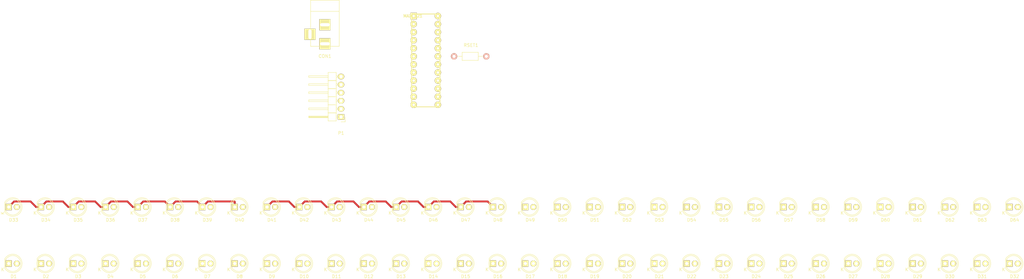
<source format=kicad_pcb>
(kicad_pcb (version 4) (host pcbnew 4.0.2-stable)

  (general
    (links 139)
    (no_connects 139)
    (area 41.454999 53.184379 275.235392 159.979)
    (thickness 1.6)
    (drawings 0)
    (tracks 68)
    (zones 0)
    (modules 68)
    (nets 25)
  )

  (page A4)
  (layers
    (0 F.Cu signal)
    (31 B.Cu jumper)
    (33 F.Adhes user)
    (35 F.Paste user)
    (37 F.SilkS user)
    (39 F.Mask user)
    (40 Dwgs.User user)
    (41 Cmts.User user)
    (42 Eco1.User user)
    (43 Eco2.User user)
    (44 Edge.Cuts user)
    (45 Margin user)
    (47 F.CrtYd user)
    (49 F.Fab user)
  )

  (setup
    (last_trace_width 0.6)
    (trace_clearance 0.5)
    (zone_clearance 0.508)
    (zone_45_only no)
    (trace_min 0.4)
    (segment_width 0.2)
    (edge_width 0.15)
    (via_size 1)
    (via_drill 0.4)
    (via_min_size 0.4)
    (via_min_drill 0.4)
    (uvia_size 1)
    (uvia_drill 0.4)
    (uvias_allowed no)
    (uvia_min_size 0.4)
    (uvia_min_drill 0.4)
    (pcb_text_width 0.3)
    (pcb_text_size 1.5 1.5)
    (mod_edge_width 0.15)
    (mod_text_size 1 1)
    (mod_text_width 0.15)
    (pad_size 1.524 1.524)
    (pad_drill 0.762)
    (pad_to_mask_clearance 0.2)
    (aux_axis_origin 0 0)
    (visible_elements FFFFEF7F)
    (pcbplotparams
      (layerselection 0x00030_80000001)
      (usegerberextensions false)
      (excludeedgelayer true)
      (linewidth 0.100000)
      (plotframeref false)
      (viasonmask false)
      (mode 1)
      (useauxorigin false)
      (hpglpennumber 1)
      (hpglpenspeed 20)
      (hpglpendiameter 15)
      (hpglpenoverlay 2)
      (psnegative false)
      (psa4output false)
      (plotreference true)
      (plotvalue true)
      (plotinvisibletext false)
      (padsonsilk false)
      (subtractmaskfromsilk false)
      (outputformat 1)
      (mirror false)
      (drillshape 1)
      (scaleselection 1)
      (outputdirectory ""))
  )

  (net 0 "")
  (net 1 VCC)
  (net 2 GND)
  (net 3 "Net-(CON1-Pad3)")
  (net 4 /DIG0)
  (net 5 /SEGA)
  (net 6 /SEGB)
  (net 7 /SEGC)
  (net 8 /SEGD)
  (net 9 /SEGE)
  (net 10 /SEGF)
  (net 11 /SEGG)
  (net 12 /SEGDP)
  (net 13 /DIG1)
  (net 14 /DIG2)
  (net 15 /DIG3)
  (net 16 /DIG4)
  (net 17 /DIG5)
  (net 18 /DIG6)
  (net 19 /DIG7)
  (net 20 "Net-(P1-Pad1)")
  (net 21 "Net-(P1-Pad2)")
  (net 22 "Net-(P1-Pad3)")
  (net 23 "Net-(P1-Pad4)")
  (net 24 "Net-(RSET1-Pad2)")

  (net_class Default "This is the default net class."
    (clearance 0.5)
    (trace_width 0.6)
    (via_dia 1)
    (via_drill 0.4)
    (uvia_dia 1)
    (uvia_drill 0.4)
    (add_net /DIG0)
    (add_net /DIG1)
    (add_net /DIG2)
    (add_net /DIG3)
    (add_net /DIG4)
    (add_net /DIG5)
    (add_net /DIG6)
    (add_net /DIG7)
    (add_net /SEGA)
    (add_net /SEGB)
    (add_net /SEGC)
    (add_net /SEGD)
    (add_net /SEGDP)
    (add_net /SEGE)
    (add_net /SEGF)
    (add_net /SEGG)
    (add_net GND)
    (add_net "Net-(CON1-Pad3)")
    (add_net "Net-(P1-Pad1)")
    (add_net "Net-(P1-Pad2)")
    (add_net "Net-(P1-Pad3)")
    (add_net "Net-(P1-Pad4)")
    (add_net "Net-(RSET1-Pad2)")
    (add_net VCC)
  )

  (module LEDs:LED-5MM (layer F.Cu) (tedit 5570F7EA) (tstamp 5797597E)
    (at 212.934102 118.528204)
    (descr "LED 5mm round vertical")
    (tags "LED 5mm round vertical")
    (path /57976E66)
    (fp_text reference D56 (at 1.524 4.064) (layer F.SilkS)
      (effects (font (size 1 1) (thickness 0.15)))
    )
    (fp_text value LED (at 1.524 -3.937) (layer F.Fab)
      (effects (font (size 1 1) (thickness 0.15)))
    )
    (fp_line (start -1.5 -1.55) (end -1.5 1.55) (layer F.CrtYd) (width 0.05))
    (fp_arc (start 1.3 0) (end -1.5 1.55) (angle -302) (layer F.CrtYd) (width 0.05))
    (fp_arc (start 1.27 0) (end -1.23 -1.5) (angle 297.5) (layer F.SilkS) (width 0.15))
    (fp_line (start -1.23 1.5) (end -1.23 -1.5) (layer F.SilkS) (width 0.15))
    (fp_circle (center 1.27 0) (end 0.97 -2.5) (layer F.SilkS) (width 0.15))
    (fp_text user K (at -1.905 1.905) (layer F.SilkS)
      (effects (font (size 1 1) (thickness 0.15)))
    )
    (pad 1 thru_hole rect (at 0 0 90) (size 2 1.9) (drill 1.00076) (layers *.Cu *.Mask F.SilkS)
      (net 18 /DIG6))
    (pad 2 thru_hole circle (at 2.54 0) (size 1.9 1.9) (drill 1.00076) (layers *.Cu *.Mask F.SilkS)
      (net 12 /SEGDP))
    (model LEDs.3dshapes/LED-5MM.wrl
      (at (xyz 0.05 0 0))
      (scale (xyz 1 1 1))
      (rotate (xyz 0 0 90))
    )
  )

  (module Connect:BARREL_JACK (layer F.Cu) (tedit 0) (tstamp 579756DE)
    (at 78.74 60.96 270)
    (descr "DC Barrel Jack")
    (tags "Power Jack")
    (path /5797313B)
    (fp_text reference CON1 (at 10.09904 0 360) (layer F.SilkS)
      (effects (font (size 1 1) (thickness 0.15)))
    )
    (fp_text value BARREL_JACK (at 0 -5.99948 270) (layer F.Fab)
      (effects (font (size 1 1) (thickness 0.15)))
    )
    (fp_line (start -4.0005 -4.50088) (end -4.0005 4.50088) (layer F.SilkS) (width 0.15))
    (fp_line (start -7.50062 -4.50088) (end -7.50062 4.50088) (layer F.SilkS) (width 0.15))
    (fp_line (start -7.50062 4.50088) (end 7.00024 4.50088) (layer F.SilkS) (width 0.15))
    (fp_line (start 7.00024 4.50088) (end 7.00024 -4.50088) (layer F.SilkS) (width 0.15))
    (fp_line (start 7.00024 -4.50088) (end -7.50062 -4.50088) (layer F.SilkS) (width 0.15))
    (pad 1 thru_hole rect (at 6.20014 0 270) (size 3.50012 3.50012) (drill oval 1.00076 2.99974) (layers *.Cu *.Mask F.SilkS)
      (net 1 VCC))
    (pad 2 thru_hole rect (at 0.20066 0 270) (size 3.50012 3.50012) (drill oval 1.00076 2.99974) (layers *.Cu *.Mask F.SilkS)
      (net 2 GND))
    (pad 3 thru_hole rect (at 3.2004 4.699 270) (size 3.50012 3.50012) (drill oval 2.99974 1.00076) (layers *.Cu *.Mask F.SilkS)
      (net 3 "Net-(CON1-Pad3)"))
  )

  (module LEDs:LED-5MM (layer F.Cu) (tedit 5570F7EA) (tstamp 579756EA)
    (at -20.745898 136.308204)
    (descr "LED 5mm round vertical")
    (tags "LED 5mm round vertical")
    (path /57975758)
    (fp_text reference D1 (at 1.524 4.064) (layer F.SilkS)
      (effects (font (size 1 1) (thickness 0.15)))
    )
    (fp_text value LED (at 1.524 -3.937) (layer F.Fab)
      (effects (font (size 1 1) (thickness 0.15)))
    )
    (fp_line (start -1.5 -1.55) (end -1.5 1.55) (layer F.CrtYd) (width 0.05))
    (fp_arc (start 1.3 0) (end -1.5 1.55) (angle -302) (layer F.CrtYd) (width 0.05))
    (fp_arc (start 1.27 0) (end -1.23 -1.5) (angle 297.5) (layer F.SilkS) (width 0.15))
    (fp_line (start -1.23 1.5) (end -1.23 -1.5) (layer F.SilkS) (width 0.15))
    (fp_circle (center 1.27 0) (end 0.97 -2.5) (layer F.SilkS) (width 0.15))
    (fp_text user K (at -1.905 1.905) (layer F.SilkS)
      (effects (font (size 1 1) (thickness 0.15)))
    )
    (pad 1 thru_hole rect (at 0 0 90) (size 2 1.9) (drill 1.00076) (layers *.Cu *.Mask F.SilkS)
      (net 4 /DIG0))
    (pad 2 thru_hole circle (at 2.54 0) (size 1.9 1.9) (drill 1.00076) (layers *.Cu *.Mask F.SilkS)
      (net 5 /SEGA))
    (model LEDs.3dshapes/LED-5MM.wrl
      (at (xyz 0.05 0 0))
      (scale (xyz 1 1 1))
      (rotate (xyz 0 0 90))
    )
  )

  (module LEDs:LED-5MM (layer F.Cu) (tedit 5570F7EA) (tstamp 579756F6)
    (at -10.585898 136.308204)
    (descr "LED 5mm round vertical")
    (tags "LED 5mm round vertical")
    (path /5797575E)
    (fp_text reference D2 (at 1.524 4.064) (layer F.SilkS)
      (effects (font (size 1 1) (thickness 0.15)))
    )
    (fp_text value LED (at 1.524 -3.937) (layer F.Fab)
      (effects (font (size 1 1) (thickness 0.15)))
    )
    (fp_line (start -1.5 -1.55) (end -1.5 1.55) (layer F.CrtYd) (width 0.05))
    (fp_arc (start 1.3 0) (end -1.5 1.55) (angle -302) (layer F.CrtYd) (width 0.05))
    (fp_arc (start 1.27 0) (end -1.23 -1.5) (angle 297.5) (layer F.SilkS) (width 0.15))
    (fp_line (start -1.23 1.5) (end -1.23 -1.5) (layer F.SilkS) (width 0.15))
    (fp_circle (center 1.27 0) (end 0.97 -2.5) (layer F.SilkS) (width 0.15))
    (fp_text user K (at -1.905 1.905) (layer F.SilkS)
      (effects (font (size 1 1) (thickness 0.15)))
    )
    (pad 1 thru_hole rect (at 0 0 90) (size 2 1.9) (drill 1.00076) (layers *.Cu *.Mask F.SilkS)
      (net 4 /DIG0))
    (pad 2 thru_hole circle (at 2.54 0) (size 1.9 1.9) (drill 1.00076) (layers *.Cu *.Mask F.SilkS)
      (net 6 /SEGB))
    (model LEDs.3dshapes/LED-5MM.wrl
      (at (xyz 0.05 0 0))
      (scale (xyz 1 1 1))
      (rotate (xyz 0 0 90))
    )
  )

  (module LEDs:LED-5MM (layer F.Cu) (tedit 5570F7EA) (tstamp 57975702)
    (at -0.425898 136.308204)
    (descr "LED 5mm round vertical")
    (tags "LED 5mm round vertical")
    (path /57975764)
    (fp_text reference D3 (at 1.524 4.064) (layer F.SilkS)
      (effects (font (size 1 1) (thickness 0.15)))
    )
    (fp_text value LED (at 1.524 -3.937) (layer F.Fab)
      (effects (font (size 1 1) (thickness 0.15)))
    )
    (fp_line (start -1.5 -1.55) (end -1.5 1.55) (layer F.CrtYd) (width 0.05))
    (fp_arc (start 1.3 0) (end -1.5 1.55) (angle -302) (layer F.CrtYd) (width 0.05))
    (fp_arc (start 1.27 0) (end -1.23 -1.5) (angle 297.5) (layer F.SilkS) (width 0.15))
    (fp_line (start -1.23 1.5) (end -1.23 -1.5) (layer F.SilkS) (width 0.15))
    (fp_circle (center 1.27 0) (end 0.97 -2.5) (layer F.SilkS) (width 0.15))
    (fp_text user K (at -1.905 1.905) (layer F.SilkS)
      (effects (font (size 1 1) (thickness 0.15)))
    )
    (pad 1 thru_hole rect (at 0 0 90) (size 2 1.9) (drill 1.00076) (layers *.Cu *.Mask F.SilkS)
      (net 4 /DIG0))
    (pad 2 thru_hole circle (at 2.54 0) (size 1.9 1.9) (drill 1.00076) (layers *.Cu *.Mask F.SilkS)
      (net 7 /SEGC))
    (model LEDs.3dshapes/LED-5MM.wrl
      (at (xyz 0.05 0 0))
      (scale (xyz 1 1 1))
      (rotate (xyz 0 0 90))
    )
  )

  (module LEDs:LED-5MM (layer F.Cu) (tedit 5570F7EA) (tstamp 5797570E)
    (at 9.734102 136.308204)
    (descr "LED 5mm round vertical")
    (tags "LED 5mm round vertical")
    (path /5797576A)
    (fp_text reference D4 (at 1.524 4.064) (layer F.SilkS)
      (effects (font (size 1 1) (thickness 0.15)))
    )
    (fp_text value LED (at 1.524 -3.937) (layer F.Fab)
      (effects (font (size 1 1) (thickness 0.15)))
    )
    (fp_line (start -1.5 -1.55) (end -1.5 1.55) (layer F.CrtYd) (width 0.05))
    (fp_arc (start 1.3 0) (end -1.5 1.55) (angle -302) (layer F.CrtYd) (width 0.05))
    (fp_arc (start 1.27 0) (end -1.23 -1.5) (angle 297.5) (layer F.SilkS) (width 0.15))
    (fp_line (start -1.23 1.5) (end -1.23 -1.5) (layer F.SilkS) (width 0.15))
    (fp_circle (center 1.27 0) (end 0.97 -2.5) (layer F.SilkS) (width 0.15))
    (fp_text user K (at -1.905 1.905) (layer F.SilkS)
      (effects (font (size 1 1) (thickness 0.15)))
    )
    (pad 1 thru_hole rect (at 0 0 90) (size 2 1.9) (drill 1.00076) (layers *.Cu *.Mask F.SilkS)
      (net 4 /DIG0))
    (pad 2 thru_hole circle (at 2.54 0) (size 1.9 1.9) (drill 1.00076) (layers *.Cu *.Mask F.SilkS)
      (net 8 /SEGD))
    (model LEDs.3dshapes/LED-5MM.wrl
      (at (xyz 0.05 0 0))
      (scale (xyz 1 1 1))
      (rotate (xyz 0 0 90))
    )
  )

  (module LEDs:LED-5MM (layer F.Cu) (tedit 5570F7EA) (tstamp 5797571A)
    (at 19.894102 136.308204)
    (descr "LED 5mm round vertical")
    (tags "LED 5mm round vertical")
    (path /57975770)
    (fp_text reference D5 (at 1.524 4.064) (layer F.SilkS)
      (effects (font (size 1 1) (thickness 0.15)))
    )
    (fp_text value LED (at 1.524 -3.937) (layer F.Fab)
      (effects (font (size 1 1) (thickness 0.15)))
    )
    (fp_line (start -1.5 -1.55) (end -1.5 1.55) (layer F.CrtYd) (width 0.05))
    (fp_arc (start 1.3 0) (end -1.5 1.55) (angle -302) (layer F.CrtYd) (width 0.05))
    (fp_arc (start 1.27 0) (end -1.23 -1.5) (angle 297.5) (layer F.SilkS) (width 0.15))
    (fp_line (start -1.23 1.5) (end -1.23 -1.5) (layer F.SilkS) (width 0.15))
    (fp_circle (center 1.27 0) (end 0.97 -2.5) (layer F.SilkS) (width 0.15))
    (fp_text user K (at -1.905 1.905) (layer F.SilkS)
      (effects (font (size 1 1) (thickness 0.15)))
    )
    (pad 1 thru_hole rect (at 0 0 90) (size 2 1.9) (drill 1.00076) (layers *.Cu *.Mask F.SilkS)
      (net 4 /DIG0))
    (pad 2 thru_hole circle (at 2.54 0) (size 1.9 1.9) (drill 1.00076) (layers *.Cu *.Mask F.SilkS)
      (net 9 /SEGE))
    (model LEDs.3dshapes/LED-5MM.wrl
      (at (xyz 0.05 0 0))
      (scale (xyz 1 1 1))
      (rotate (xyz 0 0 90))
    )
  )

  (module LEDs:LED-5MM (layer F.Cu) (tedit 5570F7EA) (tstamp 57975726)
    (at 30.054102 136.308204)
    (descr "LED 5mm round vertical")
    (tags "LED 5mm round vertical")
    (path /57975776)
    (fp_text reference D6 (at 1.524 4.064) (layer F.SilkS)
      (effects (font (size 1 1) (thickness 0.15)))
    )
    (fp_text value LED (at 1.524 -3.937) (layer F.Fab)
      (effects (font (size 1 1) (thickness 0.15)))
    )
    (fp_line (start -1.5 -1.55) (end -1.5 1.55) (layer F.CrtYd) (width 0.05))
    (fp_arc (start 1.3 0) (end -1.5 1.55) (angle -302) (layer F.CrtYd) (width 0.05))
    (fp_arc (start 1.27 0) (end -1.23 -1.5) (angle 297.5) (layer F.SilkS) (width 0.15))
    (fp_line (start -1.23 1.5) (end -1.23 -1.5) (layer F.SilkS) (width 0.15))
    (fp_circle (center 1.27 0) (end 0.97 -2.5) (layer F.SilkS) (width 0.15))
    (fp_text user K (at -1.905 1.905) (layer F.SilkS)
      (effects (font (size 1 1) (thickness 0.15)))
    )
    (pad 1 thru_hole rect (at 0 0 90) (size 2 1.9) (drill 1.00076) (layers *.Cu *.Mask F.SilkS)
      (net 4 /DIG0))
    (pad 2 thru_hole circle (at 2.54 0) (size 1.9 1.9) (drill 1.00076) (layers *.Cu *.Mask F.SilkS)
      (net 10 /SEGF))
    (model LEDs.3dshapes/LED-5MM.wrl
      (at (xyz 0.05 0 0))
      (scale (xyz 1 1 1))
      (rotate (xyz 0 0 90))
    )
  )

  (module LEDs:LED-5MM (layer F.Cu) (tedit 5570F7EA) (tstamp 57975732)
    (at 40.214102 136.308204)
    (descr "LED 5mm round vertical")
    (tags "LED 5mm round vertical")
    (path /5797577C)
    (fp_text reference D7 (at 1.524 4.064) (layer F.SilkS)
      (effects (font (size 1 1) (thickness 0.15)))
    )
    (fp_text value LED (at 1.524 -3.937) (layer F.Fab)
      (effects (font (size 1 1) (thickness 0.15)))
    )
    (fp_line (start -1.5 -1.55) (end -1.5 1.55) (layer F.CrtYd) (width 0.05))
    (fp_arc (start 1.3 0) (end -1.5 1.55) (angle -302) (layer F.CrtYd) (width 0.05))
    (fp_arc (start 1.27 0) (end -1.23 -1.5) (angle 297.5) (layer F.SilkS) (width 0.15))
    (fp_line (start -1.23 1.5) (end -1.23 -1.5) (layer F.SilkS) (width 0.15))
    (fp_circle (center 1.27 0) (end 0.97 -2.5) (layer F.SilkS) (width 0.15))
    (fp_text user K (at -1.905 1.905) (layer F.SilkS)
      (effects (font (size 1 1) (thickness 0.15)))
    )
    (pad 1 thru_hole rect (at 0 0 90) (size 2 1.9) (drill 1.00076) (layers *.Cu *.Mask F.SilkS)
      (net 4 /DIG0))
    (pad 2 thru_hole circle (at 2.54 0) (size 1.9 1.9) (drill 1.00076) (layers *.Cu *.Mask F.SilkS)
      (net 11 /SEGG))
    (model LEDs.3dshapes/LED-5MM.wrl
      (at (xyz 0.05 0 0))
      (scale (xyz 1 1 1))
      (rotate (xyz 0 0 90))
    )
  )

  (module LEDs:LED-5MM (layer F.Cu) (tedit 5570F7EA) (tstamp 5797573E)
    (at 50.374102 136.308204)
    (descr "LED 5mm round vertical")
    (tags "LED 5mm round vertical")
    (path /57975782)
    (fp_text reference D8 (at 1.524 4.064) (layer F.SilkS)
      (effects (font (size 1 1) (thickness 0.15)))
    )
    (fp_text value LED (at 1.524 -3.937) (layer F.Fab)
      (effects (font (size 1 1) (thickness 0.15)))
    )
    (fp_line (start -1.5 -1.55) (end -1.5 1.55) (layer F.CrtYd) (width 0.05))
    (fp_arc (start 1.3 0) (end -1.5 1.55) (angle -302) (layer F.CrtYd) (width 0.05))
    (fp_arc (start 1.27 0) (end -1.23 -1.5) (angle 297.5) (layer F.SilkS) (width 0.15))
    (fp_line (start -1.23 1.5) (end -1.23 -1.5) (layer F.SilkS) (width 0.15))
    (fp_circle (center 1.27 0) (end 0.97 -2.5) (layer F.SilkS) (width 0.15))
    (fp_text user K (at -1.905 1.905) (layer F.SilkS)
      (effects (font (size 1 1) (thickness 0.15)))
    )
    (pad 1 thru_hole rect (at 0 0 90) (size 2 1.9) (drill 1.00076) (layers *.Cu *.Mask F.SilkS)
      (net 4 /DIG0))
    (pad 2 thru_hole circle (at 2.54 0) (size 1.9 1.9) (drill 1.00076) (layers *.Cu *.Mask F.SilkS)
      (net 12 /SEGDP))
    (model LEDs.3dshapes/LED-5MM.wrl
      (at (xyz 0.05 0 0))
      (scale (xyz 1 1 1))
      (rotate (xyz 0 0 90))
    )
  )

  (module LEDs:LED-5MM (layer F.Cu) (tedit 5570F7EA) (tstamp 5797574A)
    (at 60.534102 136.308204)
    (descr "LED 5mm round vertical")
    (tags "LED 5mm round vertical")
    (path /5797355C)
    (fp_text reference D9 (at 1.524 4.064) (layer F.SilkS)
      (effects (font (size 1 1) (thickness 0.15)))
    )
    (fp_text value LED (at 1.524 -3.937) (layer F.Fab)
      (effects (font (size 1 1) (thickness 0.15)))
    )
    (fp_line (start -1.5 -1.55) (end -1.5 1.55) (layer F.CrtYd) (width 0.05))
    (fp_arc (start 1.3 0) (end -1.5 1.55) (angle -302) (layer F.CrtYd) (width 0.05))
    (fp_arc (start 1.27 0) (end -1.23 -1.5) (angle 297.5) (layer F.SilkS) (width 0.15))
    (fp_line (start -1.23 1.5) (end -1.23 -1.5) (layer F.SilkS) (width 0.15))
    (fp_circle (center 1.27 0) (end 0.97 -2.5) (layer F.SilkS) (width 0.15))
    (fp_text user K (at -1.905 1.905) (layer F.SilkS)
      (effects (font (size 1 1) (thickness 0.15)))
    )
    (pad 1 thru_hole rect (at 0 0 90) (size 2 1.9) (drill 1.00076) (layers *.Cu *.Mask F.SilkS)
      (net 13 /DIG1))
    (pad 2 thru_hole circle (at 2.54 0) (size 1.9 1.9) (drill 1.00076) (layers *.Cu *.Mask F.SilkS)
      (net 5 /SEGA))
    (model LEDs.3dshapes/LED-5MM.wrl
      (at (xyz 0.05 0 0))
      (scale (xyz 1 1 1))
      (rotate (xyz 0 0 90))
    )
  )

  (module LEDs:LED-5MM (layer F.Cu) (tedit 5570F7EA) (tstamp 57975756)
    (at 70.694102 136.308204)
    (descr "LED 5mm round vertical")
    (tags "LED 5mm round vertical")
    (path /579735A0)
    (fp_text reference D10 (at 1.524 4.064) (layer F.SilkS)
      (effects (font (size 1 1) (thickness 0.15)))
    )
    (fp_text value LED (at 1.524 -3.937) (layer F.Fab)
      (effects (font (size 1 1) (thickness 0.15)))
    )
    (fp_line (start -1.5 -1.55) (end -1.5 1.55) (layer F.CrtYd) (width 0.05))
    (fp_arc (start 1.3 0) (end -1.5 1.55) (angle -302) (layer F.CrtYd) (width 0.05))
    (fp_arc (start 1.27 0) (end -1.23 -1.5) (angle 297.5) (layer F.SilkS) (width 0.15))
    (fp_line (start -1.23 1.5) (end -1.23 -1.5) (layer F.SilkS) (width 0.15))
    (fp_circle (center 1.27 0) (end 0.97 -2.5) (layer F.SilkS) (width 0.15))
    (fp_text user K (at -1.905 1.905) (layer F.SilkS)
      (effects (font (size 1 1) (thickness 0.15)))
    )
    (pad 1 thru_hole rect (at 0 0 90) (size 2 1.9) (drill 1.00076) (layers *.Cu *.Mask F.SilkS)
      (net 13 /DIG1))
    (pad 2 thru_hole circle (at 2.54 0) (size 1.9 1.9) (drill 1.00076) (layers *.Cu *.Mask F.SilkS)
      (net 6 /SEGB))
    (model LEDs.3dshapes/LED-5MM.wrl
      (at (xyz 0.05 0 0))
      (scale (xyz 1 1 1))
      (rotate (xyz 0 0 90))
    )
  )

  (module LEDs:LED-5MM (layer F.Cu) (tedit 5570F7EA) (tstamp 57975762)
    (at 80.854102 136.308204)
    (descr "LED 5mm round vertical")
    (tags "LED 5mm round vertical")
    (path /579735C7)
    (fp_text reference D11 (at 1.524 4.064) (layer F.SilkS)
      (effects (font (size 1 1) (thickness 0.15)))
    )
    (fp_text value LED (at 1.524 -3.937) (layer F.Fab)
      (effects (font (size 1 1) (thickness 0.15)))
    )
    (fp_line (start -1.5 -1.55) (end -1.5 1.55) (layer F.CrtYd) (width 0.05))
    (fp_arc (start 1.3 0) (end -1.5 1.55) (angle -302) (layer F.CrtYd) (width 0.05))
    (fp_arc (start 1.27 0) (end -1.23 -1.5) (angle 297.5) (layer F.SilkS) (width 0.15))
    (fp_line (start -1.23 1.5) (end -1.23 -1.5) (layer F.SilkS) (width 0.15))
    (fp_circle (center 1.27 0) (end 0.97 -2.5) (layer F.SilkS) (width 0.15))
    (fp_text user K (at -1.905 1.905) (layer F.SilkS)
      (effects (font (size 1 1) (thickness 0.15)))
    )
    (pad 1 thru_hole rect (at 0 0 90) (size 2 1.9) (drill 1.00076) (layers *.Cu *.Mask F.SilkS)
      (net 13 /DIG1))
    (pad 2 thru_hole circle (at 2.54 0) (size 1.9 1.9) (drill 1.00076) (layers *.Cu *.Mask F.SilkS)
      (net 7 /SEGC))
    (model LEDs.3dshapes/LED-5MM.wrl
      (at (xyz 0.05 0 0))
      (scale (xyz 1 1 1))
      (rotate (xyz 0 0 90))
    )
  )

  (module LEDs:LED-5MM (layer F.Cu) (tedit 5570F7EA) (tstamp 5797576E)
    (at 91.014102 136.308204)
    (descr "LED 5mm round vertical")
    (tags "LED 5mm round vertical")
    (path /579735F3)
    (fp_text reference D12 (at 1.524 4.064) (layer F.SilkS)
      (effects (font (size 1 1) (thickness 0.15)))
    )
    (fp_text value LED (at 1.524 -3.937) (layer F.Fab)
      (effects (font (size 1 1) (thickness 0.15)))
    )
    (fp_line (start -1.5 -1.55) (end -1.5 1.55) (layer F.CrtYd) (width 0.05))
    (fp_arc (start 1.3 0) (end -1.5 1.55) (angle -302) (layer F.CrtYd) (width 0.05))
    (fp_arc (start 1.27 0) (end -1.23 -1.5) (angle 297.5) (layer F.SilkS) (width 0.15))
    (fp_line (start -1.23 1.5) (end -1.23 -1.5) (layer F.SilkS) (width 0.15))
    (fp_circle (center 1.27 0) (end 0.97 -2.5) (layer F.SilkS) (width 0.15))
    (fp_text user K (at -1.905 1.905) (layer F.SilkS)
      (effects (font (size 1 1) (thickness 0.15)))
    )
    (pad 1 thru_hole rect (at 0 0 90) (size 2 1.9) (drill 1.00076) (layers *.Cu *.Mask F.SilkS)
      (net 13 /DIG1))
    (pad 2 thru_hole circle (at 2.54 0) (size 1.9 1.9) (drill 1.00076) (layers *.Cu *.Mask F.SilkS)
      (net 8 /SEGD))
    (model LEDs.3dshapes/LED-5MM.wrl
      (at (xyz 0.05 0 0))
      (scale (xyz 1 1 1))
      (rotate (xyz 0 0 90))
    )
  )

  (module LEDs:LED-5MM (layer F.Cu) (tedit 5570F7EA) (tstamp 5797577A)
    (at 101.174102 136.308204)
    (descr "LED 5mm round vertical")
    (tags "LED 5mm round vertical")
    (path /5797361C)
    (fp_text reference D13 (at 1.524 4.064) (layer F.SilkS)
      (effects (font (size 1 1) (thickness 0.15)))
    )
    (fp_text value LED (at 1.524 -3.937) (layer F.Fab)
      (effects (font (size 1 1) (thickness 0.15)))
    )
    (fp_line (start -1.5 -1.55) (end -1.5 1.55) (layer F.CrtYd) (width 0.05))
    (fp_arc (start 1.3 0) (end -1.5 1.55) (angle -302) (layer F.CrtYd) (width 0.05))
    (fp_arc (start 1.27 0) (end -1.23 -1.5) (angle 297.5) (layer F.SilkS) (width 0.15))
    (fp_line (start -1.23 1.5) (end -1.23 -1.5) (layer F.SilkS) (width 0.15))
    (fp_circle (center 1.27 0) (end 0.97 -2.5) (layer F.SilkS) (width 0.15))
    (fp_text user K (at -1.905 1.905) (layer F.SilkS)
      (effects (font (size 1 1) (thickness 0.15)))
    )
    (pad 1 thru_hole rect (at 0 0 90) (size 2 1.9) (drill 1.00076) (layers *.Cu *.Mask F.SilkS)
      (net 13 /DIG1))
    (pad 2 thru_hole circle (at 2.54 0) (size 1.9 1.9) (drill 1.00076) (layers *.Cu *.Mask F.SilkS)
      (net 9 /SEGE))
    (model LEDs.3dshapes/LED-5MM.wrl
      (at (xyz 0.05 0 0))
      (scale (xyz 1 1 1))
      (rotate (xyz 0 0 90))
    )
  )

  (module LEDs:LED-5MM (layer F.Cu) (tedit 5570F7EA) (tstamp 57975786)
    (at 111.334102 136.308204)
    (descr "LED 5mm round vertical")
    (tags "LED 5mm round vertical")
    (path /57973647)
    (fp_text reference D14 (at 1.524 4.064) (layer F.SilkS)
      (effects (font (size 1 1) (thickness 0.15)))
    )
    (fp_text value LED (at 1.524 -3.937) (layer F.Fab)
      (effects (font (size 1 1) (thickness 0.15)))
    )
    (fp_line (start -1.5 -1.55) (end -1.5 1.55) (layer F.CrtYd) (width 0.05))
    (fp_arc (start 1.3 0) (end -1.5 1.55) (angle -302) (layer F.CrtYd) (width 0.05))
    (fp_arc (start 1.27 0) (end -1.23 -1.5) (angle 297.5) (layer F.SilkS) (width 0.15))
    (fp_line (start -1.23 1.5) (end -1.23 -1.5) (layer F.SilkS) (width 0.15))
    (fp_circle (center 1.27 0) (end 0.97 -2.5) (layer F.SilkS) (width 0.15))
    (fp_text user K (at -1.905 1.905) (layer F.SilkS)
      (effects (font (size 1 1) (thickness 0.15)))
    )
    (pad 1 thru_hole rect (at 0 0 90) (size 2 1.9) (drill 1.00076) (layers *.Cu *.Mask F.SilkS)
      (net 13 /DIG1))
    (pad 2 thru_hole circle (at 2.54 0) (size 1.9 1.9) (drill 1.00076) (layers *.Cu *.Mask F.SilkS)
      (net 10 /SEGF))
    (model LEDs.3dshapes/LED-5MM.wrl
      (at (xyz 0.05 0 0))
      (scale (xyz 1 1 1))
      (rotate (xyz 0 0 90))
    )
  )

  (module LEDs:LED-5MM (layer F.Cu) (tedit 5570F7EA) (tstamp 57975792)
    (at 121.494102 136.308204)
    (descr "LED 5mm round vertical")
    (tags "LED 5mm round vertical")
    (path /57973675)
    (fp_text reference D15 (at 1.524 4.064) (layer F.SilkS)
      (effects (font (size 1 1) (thickness 0.15)))
    )
    (fp_text value LED (at 1.524 -3.937) (layer F.Fab)
      (effects (font (size 1 1) (thickness 0.15)))
    )
    (fp_line (start -1.5 -1.55) (end -1.5 1.55) (layer F.CrtYd) (width 0.05))
    (fp_arc (start 1.3 0) (end -1.5 1.55) (angle -302) (layer F.CrtYd) (width 0.05))
    (fp_arc (start 1.27 0) (end -1.23 -1.5) (angle 297.5) (layer F.SilkS) (width 0.15))
    (fp_line (start -1.23 1.5) (end -1.23 -1.5) (layer F.SilkS) (width 0.15))
    (fp_circle (center 1.27 0) (end 0.97 -2.5) (layer F.SilkS) (width 0.15))
    (fp_text user K (at -1.905 1.905) (layer F.SilkS)
      (effects (font (size 1 1) (thickness 0.15)))
    )
    (pad 1 thru_hole rect (at 0 0 90) (size 2 1.9) (drill 1.00076) (layers *.Cu *.Mask F.SilkS)
      (net 13 /DIG1))
    (pad 2 thru_hole circle (at 2.54 0) (size 1.9 1.9) (drill 1.00076) (layers *.Cu *.Mask F.SilkS)
      (net 11 /SEGG))
    (model LEDs.3dshapes/LED-5MM.wrl
      (at (xyz 0.05 0 0))
      (scale (xyz 1 1 1))
      (rotate (xyz 0 0 90))
    )
  )

  (module LEDs:LED-5MM (layer F.Cu) (tedit 5570F7EA) (tstamp 5797579E)
    (at 131.654102 136.308204)
    (descr "LED 5mm round vertical")
    (tags "LED 5mm round vertical")
    (path /579736A8)
    (fp_text reference D16 (at 1.524 4.064) (layer F.SilkS)
      (effects (font (size 1 1) (thickness 0.15)))
    )
    (fp_text value LED (at 1.524 -3.937) (layer F.Fab)
      (effects (font (size 1 1) (thickness 0.15)))
    )
    (fp_line (start -1.5 -1.55) (end -1.5 1.55) (layer F.CrtYd) (width 0.05))
    (fp_arc (start 1.3 0) (end -1.5 1.55) (angle -302) (layer F.CrtYd) (width 0.05))
    (fp_arc (start 1.27 0) (end -1.23 -1.5) (angle 297.5) (layer F.SilkS) (width 0.15))
    (fp_line (start -1.23 1.5) (end -1.23 -1.5) (layer F.SilkS) (width 0.15))
    (fp_circle (center 1.27 0) (end 0.97 -2.5) (layer F.SilkS) (width 0.15))
    (fp_text user K (at -1.905 1.905) (layer F.SilkS)
      (effects (font (size 1 1) (thickness 0.15)))
    )
    (pad 1 thru_hole rect (at 0 0 90) (size 2 1.9) (drill 1.00076) (layers *.Cu *.Mask F.SilkS)
      (net 13 /DIG1))
    (pad 2 thru_hole circle (at 2.54 0) (size 1.9 1.9) (drill 1.00076) (layers *.Cu *.Mask F.SilkS)
      (net 12 /SEGDP))
    (model LEDs.3dshapes/LED-5MM.wrl
      (at (xyz 0.05 0 0))
      (scale (xyz 1 1 1))
      (rotate (xyz 0 0 90))
    )
  )

  (module LEDs:LED-5MM (layer F.Cu) (tedit 5570F7EA) (tstamp 579757AA)
    (at 141.814102 136.308204)
    (descr "LED 5mm round vertical")
    (tags "LED 5mm round vertical")
    (path /57973F4F)
    (fp_text reference D17 (at 1.524 4.064) (layer F.SilkS)
      (effects (font (size 1 1) (thickness 0.15)))
    )
    (fp_text value LED (at 1.524 -3.937) (layer F.Fab)
      (effects (font (size 1 1) (thickness 0.15)))
    )
    (fp_line (start -1.5 -1.55) (end -1.5 1.55) (layer F.CrtYd) (width 0.05))
    (fp_arc (start 1.3 0) (end -1.5 1.55) (angle -302) (layer F.CrtYd) (width 0.05))
    (fp_arc (start 1.27 0) (end -1.23 -1.5) (angle 297.5) (layer F.SilkS) (width 0.15))
    (fp_line (start -1.23 1.5) (end -1.23 -1.5) (layer F.SilkS) (width 0.15))
    (fp_circle (center 1.27 0) (end 0.97 -2.5) (layer F.SilkS) (width 0.15))
    (fp_text user K (at -1.905 1.905) (layer F.SilkS)
      (effects (font (size 1 1) (thickness 0.15)))
    )
    (pad 1 thru_hole rect (at 0 0 90) (size 2 1.9) (drill 1.00076) (layers *.Cu *.Mask F.SilkS)
      (net 14 /DIG2))
    (pad 2 thru_hole circle (at 2.54 0) (size 1.9 1.9) (drill 1.00076) (layers *.Cu *.Mask F.SilkS)
      (net 5 /SEGA))
    (model LEDs.3dshapes/LED-5MM.wrl
      (at (xyz 0.05 0 0))
      (scale (xyz 1 1 1))
      (rotate (xyz 0 0 90))
    )
  )

  (module LEDs:LED-5MM (layer F.Cu) (tedit 5570F7EA) (tstamp 579757B6)
    (at 151.974102 136.308204)
    (descr "LED 5mm round vertical")
    (tags "LED 5mm round vertical")
    (path /57973F55)
    (fp_text reference D18 (at 1.524 4.064) (layer F.SilkS)
      (effects (font (size 1 1) (thickness 0.15)))
    )
    (fp_text value LED (at 1.524 -3.937) (layer F.Fab)
      (effects (font (size 1 1) (thickness 0.15)))
    )
    (fp_line (start -1.5 -1.55) (end -1.5 1.55) (layer F.CrtYd) (width 0.05))
    (fp_arc (start 1.3 0) (end -1.5 1.55) (angle -302) (layer F.CrtYd) (width 0.05))
    (fp_arc (start 1.27 0) (end -1.23 -1.5) (angle 297.5) (layer F.SilkS) (width 0.15))
    (fp_line (start -1.23 1.5) (end -1.23 -1.5) (layer F.SilkS) (width 0.15))
    (fp_circle (center 1.27 0) (end 0.97 -2.5) (layer F.SilkS) (width 0.15))
    (fp_text user K (at -1.905 1.905) (layer F.SilkS)
      (effects (font (size 1 1) (thickness 0.15)))
    )
    (pad 1 thru_hole rect (at 0 0 90) (size 2 1.9) (drill 1.00076) (layers *.Cu *.Mask F.SilkS)
      (net 14 /DIG2))
    (pad 2 thru_hole circle (at 2.54 0) (size 1.9 1.9) (drill 1.00076) (layers *.Cu *.Mask F.SilkS)
      (net 6 /SEGB))
    (model LEDs.3dshapes/LED-5MM.wrl
      (at (xyz 0.05 0 0))
      (scale (xyz 1 1 1))
      (rotate (xyz 0 0 90))
    )
  )

  (module LEDs:LED-5MM (layer F.Cu) (tedit 5570F7EA) (tstamp 579757C2)
    (at 162.134102 136.308204)
    (descr "LED 5mm round vertical")
    (tags "LED 5mm round vertical")
    (path /57973F5B)
    (fp_text reference D19 (at 1.524 4.064) (layer F.SilkS)
      (effects (font (size 1 1) (thickness 0.15)))
    )
    (fp_text value LED (at 1.524 -3.937) (layer F.Fab)
      (effects (font (size 1 1) (thickness 0.15)))
    )
    (fp_line (start -1.5 -1.55) (end -1.5 1.55) (layer F.CrtYd) (width 0.05))
    (fp_arc (start 1.3 0) (end -1.5 1.55) (angle -302) (layer F.CrtYd) (width 0.05))
    (fp_arc (start 1.27 0) (end -1.23 -1.5) (angle 297.5) (layer F.SilkS) (width 0.15))
    (fp_line (start -1.23 1.5) (end -1.23 -1.5) (layer F.SilkS) (width 0.15))
    (fp_circle (center 1.27 0) (end 0.97 -2.5) (layer F.SilkS) (width 0.15))
    (fp_text user K (at -1.905 1.905) (layer F.SilkS)
      (effects (font (size 1 1) (thickness 0.15)))
    )
    (pad 1 thru_hole rect (at 0 0 90) (size 2 1.9) (drill 1.00076) (layers *.Cu *.Mask F.SilkS)
      (net 14 /DIG2))
    (pad 2 thru_hole circle (at 2.54 0) (size 1.9 1.9) (drill 1.00076) (layers *.Cu *.Mask F.SilkS)
      (net 7 /SEGC))
    (model LEDs.3dshapes/LED-5MM.wrl
      (at (xyz 0.05 0 0))
      (scale (xyz 1 1 1))
      (rotate (xyz 0 0 90))
    )
  )

  (module LEDs:LED-5MM (layer F.Cu) (tedit 5570F7EA) (tstamp 579757CE)
    (at 172.294102 136.308204)
    (descr "LED 5mm round vertical")
    (tags "LED 5mm round vertical")
    (path /57973F61)
    (fp_text reference D20 (at 1.524 4.064) (layer F.SilkS)
      (effects (font (size 1 1) (thickness 0.15)))
    )
    (fp_text value LED (at 1.524 -3.937) (layer F.Fab)
      (effects (font (size 1 1) (thickness 0.15)))
    )
    (fp_line (start -1.5 -1.55) (end -1.5 1.55) (layer F.CrtYd) (width 0.05))
    (fp_arc (start 1.3 0) (end -1.5 1.55) (angle -302) (layer F.CrtYd) (width 0.05))
    (fp_arc (start 1.27 0) (end -1.23 -1.5) (angle 297.5) (layer F.SilkS) (width 0.15))
    (fp_line (start -1.23 1.5) (end -1.23 -1.5) (layer F.SilkS) (width 0.15))
    (fp_circle (center 1.27 0) (end 0.97 -2.5) (layer F.SilkS) (width 0.15))
    (fp_text user K (at -1.905 1.905) (layer F.SilkS)
      (effects (font (size 1 1) (thickness 0.15)))
    )
    (pad 1 thru_hole rect (at 0 0 90) (size 2 1.9) (drill 1.00076) (layers *.Cu *.Mask F.SilkS)
      (net 14 /DIG2))
    (pad 2 thru_hole circle (at 2.54 0) (size 1.9 1.9) (drill 1.00076) (layers *.Cu *.Mask F.SilkS)
      (net 8 /SEGD))
    (model LEDs.3dshapes/LED-5MM.wrl
      (at (xyz 0.05 0 0))
      (scale (xyz 1 1 1))
      (rotate (xyz 0 0 90))
    )
  )

  (module LEDs:LED-5MM (layer F.Cu) (tedit 5570F7EA) (tstamp 579757DA)
    (at 182.454102 136.308204)
    (descr "LED 5mm round vertical")
    (tags "LED 5mm round vertical")
    (path /57973F67)
    (fp_text reference D21 (at 1.524 4.064) (layer F.SilkS)
      (effects (font (size 1 1) (thickness 0.15)))
    )
    (fp_text value LED (at 1.524 -3.937) (layer F.Fab)
      (effects (font (size 1 1) (thickness 0.15)))
    )
    (fp_line (start -1.5 -1.55) (end -1.5 1.55) (layer F.CrtYd) (width 0.05))
    (fp_arc (start 1.3 0) (end -1.5 1.55) (angle -302) (layer F.CrtYd) (width 0.05))
    (fp_arc (start 1.27 0) (end -1.23 -1.5) (angle 297.5) (layer F.SilkS) (width 0.15))
    (fp_line (start -1.23 1.5) (end -1.23 -1.5) (layer F.SilkS) (width 0.15))
    (fp_circle (center 1.27 0) (end 0.97 -2.5) (layer F.SilkS) (width 0.15))
    (fp_text user K (at -1.905 1.905) (layer F.SilkS)
      (effects (font (size 1 1) (thickness 0.15)))
    )
    (pad 1 thru_hole rect (at 0 0 90) (size 2 1.9) (drill 1.00076) (layers *.Cu *.Mask F.SilkS)
      (net 14 /DIG2))
    (pad 2 thru_hole circle (at 2.54 0) (size 1.9 1.9) (drill 1.00076) (layers *.Cu *.Mask F.SilkS)
      (net 9 /SEGE))
    (model LEDs.3dshapes/LED-5MM.wrl
      (at (xyz 0.05 0 0))
      (scale (xyz 1 1 1))
      (rotate (xyz 0 0 90))
    )
  )

  (module LEDs:LED-5MM (layer F.Cu) (tedit 5570F7EA) (tstamp 579757E6)
    (at 192.614102 136.308204)
    (descr "LED 5mm round vertical")
    (tags "LED 5mm round vertical")
    (path /57973F6D)
    (fp_text reference D22 (at 1.524 4.064) (layer F.SilkS)
      (effects (font (size 1 1) (thickness 0.15)))
    )
    (fp_text value LED (at 1.524 -3.937) (layer F.Fab)
      (effects (font (size 1 1) (thickness 0.15)))
    )
    (fp_line (start -1.5 -1.55) (end -1.5 1.55) (layer F.CrtYd) (width 0.05))
    (fp_arc (start 1.3 0) (end -1.5 1.55) (angle -302) (layer F.CrtYd) (width 0.05))
    (fp_arc (start 1.27 0) (end -1.23 -1.5) (angle 297.5) (layer F.SilkS) (width 0.15))
    (fp_line (start -1.23 1.5) (end -1.23 -1.5) (layer F.SilkS) (width 0.15))
    (fp_circle (center 1.27 0) (end 0.97 -2.5) (layer F.SilkS) (width 0.15))
    (fp_text user K (at -1.905 1.905) (layer F.SilkS)
      (effects (font (size 1 1) (thickness 0.15)))
    )
    (pad 1 thru_hole rect (at 0 0 90) (size 2 1.9) (drill 1.00076) (layers *.Cu *.Mask F.SilkS)
      (net 14 /DIG2))
    (pad 2 thru_hole circle (at 2.54 0) (size 1.9 1.9) (drill 1.00076) (layers *.Cu *.Mask F.SilkS)
      (net 10 /SEGF))
    (model LEDs.3dshapes/LED-5MM.wrl
      (at (xyz 0.05 0 0))
      (scale (xyz 1 1 1))
      (rotate (xyz 0 0 90))
    )
  )

  (module LEDs:LED-5MM (layer F.Cu) (tedit 5570F7EA) (tstamp 579757F2)
    (at 202.774102 136.308204)
    (descr "LED 5mm round vertical")
    (tags "LED 5mm round vertical")
    (path /57973F73)
    (fp_text reference D23 (at 1.524 4.064) (layer F.SilkS)
      (effects (font (size 1 1) (thickness 0.15)))
    )
    (fp_text value LED (at 1.524 -3.937) (layer F.Fab)
      (effects (font (size 1 1) (thickness 0.15)))
    )
    (fp_line (start -1.5 -1.55) (end -1.5 1.55) (layer F.CrtYd) (width 0.05))
    (fp_arc (start 1.3 0) (end -1.5 1.55) (angle -302) (layer F.CrtYd) (width 0.05))
    (fp_arc (start 1.27 0) (end -1.23 -1.5) (angle 297.5) (layer F.SilkS) (width 0.15))
    (fp_line (start -1.23 1.5) (end -1.23 -1.5) (layer F.SilkS) (width 0.15))
    (fp_circle (center 1.27 0) (end 0.97 -2.5) (layer F.SilkS) (width 0.15))
    (fp_text user K (at -1.905 1.905) (layer F.SilkS)
      (effects (font (size 1 1) (thickness 0.15)))
    )
    (pad 1 thru_hole rect (at 0 0 90) (size 2 1.9) (drill 1.00076) (layers *.Cu *.Mask F.SilkS)
      (net 14 /DIG2))
    (pad 2 thru_hole circle (at 2.54 0) (size 1.9 1.9) (drill 1.00076) (layers *.Cu *.Mask F.SilkS)
      (net 11 /SEGG))
    (model LEDs.3dshapes/LED-5MM.wrl
      (at (xyz 0.05 0 0))
      (scale (xyz 1 1 1))
      (rotate (xyz 0 0 90))
    )
  )

  (module LEDs:LED-5MM (layer F.Cu) (tedit 5570F7EA) (tstamp 579757FE)
    (at 212.934102 136.308204)
    (descr "LED 5mm round vertical")
    (tags "LED 5mm round vertical")
    (path /57973F79)
    (fp_text reference D24 (at 1.524 4.064) (layer F.SilkS)
      (effects (font (size 1 1) (thickness 0.15)))
    )
    (fp_text value LED (at 1.524 -3.937) (layer F.Fab)
      (effects (font (size 1 1) (thickness 0.15)))
    )
    (fp_line (start -1.5 -1.55) (end -1.5 1.55) (layer F.CrtYd) (width 0.05))
    (fp_arc (start 1.3 0) (end -1.5 1.55) (angle -302) (layer F.CrtYd) (width 0.05))
    (fp_arc (start 1.27 0) (end -1.23 -1.5) (angle 297.5) (layer F.SilkS) (width 0.15))
    (fp_line (start -1.23 1.5) (end -1.23 -1.5) (layer F.SilkS) (width 0.15))
    (fp_circle (center 1.27 0) (end 0.97 -2.5) (layer F.SilkS) (width 0.15))
    (fp_text user K (at -1.905 1.905) (layer F.SilkS)
      (effects (font (size 1 1) (thickness 0.15)))
    )
    (pad 1 thru_hole rect (at 0 0 90) (size 2 1.9) (drill 1.00076) (layers *.Cu *.Mask F.SilkS)
      (net 14 /DIG2))
    (pad 2 thru_hole circle (at 2.54 0) (size 1.9 1.9) (drill 1.00076) (layers *.Cu *.Mask F.SilkS)
      (net 12 /SEGDP))
    (model LEDs.3dshapes/LED-5MM.wrl
      (at (xyz 0.05 0 0))
      (scale (xyz 1 1 1))
      (rotate (xyz 0 0 90))
    )
  )

  (module LEDs:LED-5MM (layer F.Cu) (tedit 5570F7EA) (tstamp 5797580A)
    (at 223.094102 136.308204)
    (descr "LED 5mm round vertical")
    (tags "LED 5mm round vertical")
    (path /57975A3D)
    (fp_text reference D25 (at 1.524 4.064) (layer F.SilkS)
      (effects (font (size 1 1) (thickness 0.15)))
    )
    (fp_text value LED (at 1.524 -3.937) (layer F.Fab)
      (effects (font (size 1 1) (thickness 0.15)))
    )
    (fp_line (start -1.5 -1.55) (end -1.5 1.55) (layer F.CrtYd) (width 0.05))
    (fp_arc (start 1.3 0) (end -1.5 1.55) (angle -302) (layer F.CrtYd) (width 0.05))
    (fp_arc (start 1.27 0) (end -1.23 -1.5) (angle 297.5) (layer F.SilkS) (width 0.15))
    (fp_line (start -1.23 1.5) (end -1.23 -1.5) (layer F.SilkS) (width 0.15))
    (fp_circle (center 1.27 0) (end 0.97 -2.5) (layer F.SilkS) (width 0.15))
    (fp_text user K (at -1.905 1.905) (layer F.SilkS)
      (effects (font (size 1 1) (thickness 0.15)))
    )
    (pad 1 thru_hole rect (at 0 0 90) (size 2 1.9) (drill 1.00076) (layers *.Cu *.Mask F.SilkS)
      (net 15 /DIG3))
    (pad 2 thru_hole circle (at 2.54 0) (size 1.9 1.9) (drill 1.00076) (layers *.Cu *.Mask F.SilkS)
      (net 5 /SEGA))
    (model LEDs.3dshapes/LED-5MM.wrl
      (at (xyz 0.05 0 0))
      (scale (xyz 1 1 1))
      (rotate (xyz 0 0 90))
    )
  )

  (module LEDs:LED-5MM (layer F.Cu) (tedit 5570F7EA) (tstamp 57975816)
    (at 233.254102 136.308204)
    (descr "LED 5mm round vertical")
    (tags "LED 5mm round vertical")
    (path /57975A43)
    (fp_text reference D26 (at 1.524 4.064) (layer F.SilkS)
      (effects (font (size 1 1) (thickness 0.15)))
    )
    (fp_text value LED (at 1.524 -3.937) (layer F.Fab)
      (effects (font (size 1 1) (thickness 0.15)))
    )
    (fp_line (start -1.5 -1.55) (end -1.5 1.55) (layer F.CrtYd) (width 0.05))
    (fp_arc (start 1.3 0) (end -1.5 1.55) (angle -302) (layer F.CrtYd) (width 0.05))
    (fp_arc (start 1.27 0) (end -1.23 -1.5) (angle 297.5) (layer F.SilkS) (width 0.15))
    (fp_line (start -1.23 1.5) (end -1.23 -1.5) (layer F.SilkS) (width 0.15))
    (fp_circle (center 1.27 0) (end 0.97 -2.5) (layer F.SilkS) (width 0.15))
    (fp_text user K (at -1.905 1.905) (layer F.SilkS)
      (effects (font (size 1 1) (thickness 0.15)))
    )
    (pad 1 thru_hole rect (at 0 0 90) (size 2 1.9) (drill 1.00076) (layers *.Cu *.Mask F.SilkS)
      (net 15 /DIG3))
    (pad 2 thru_hole circle (at 2.54 0) (size 1.9 1.9) (drill 1.00076) (layers *.Cu *.Mask F.SilkS)
      (net 6 /SEGB))
    (model LEDs.3dshapes/LED-5MM.wrl
      (at (xyz 0.05 0 0))
      (scale (xyz 1 1 1))
      (rotate (xyz 0 0 90))
    )
  )

  (module LEDs:LED-5MM (layer F.Cu) (tedit 5570F7EA) (tstamp 57975822)
    (at 243.414102 136.308204)
    (descr "LED 5mm round vertical")
    (tags "LED 5mm round vertical")
    (path /57975A49)
    (fp_text reference D27 (at 1.524 4.064) (layer F.SilkS)
      (effects (font (size 1 1) (thickness 0.15)))
    )
    (fp_text value LED (at 1.524 -3.937) (layer F.Fab)
      (effects (font (size 1 1) (thickness 0.15)))
    )
    (fp_line (start -1.5 -1.55) (end -1.5 1.55) (layer F.CrtYd) (width 0.05))
    (fp_arc (start 1.3 0) (end -1.5 1.55) (angle -302) (layer F.CrtYd) (width 0.05))
    (fp_arc (start 1.27 0) (end -1.23 -1.5) (angle 297.5) (layer F.SilkS) (width 0.15))
    (fp_line (start -1.23 1.5) (end -1.23 -1.5) (layer F.SilkS) (width 0.15))
    (fp_circle (center 1.27 0) (end 0.97 -2.5) (layer F.SilkS) (width 0.15))
    (fp_text user K (at -1.905 1.905) (layer F.SilkS)
      (effects (font (size 1 1) (thickness 0.15)))
    )
    (pad 1 thru_hole rect (at 0 0 90) (size 2 1.9) (drill 1.00076) (layers *.Cu *.Mask F.SilkS)
      (net 15 /DIG3))
    (pad 2 thru_hole circle (at 2.54 0) (size 1.9 1.9) (drill 1.00076) (layers *.Cu *.Mask F.SilkS)
      (net 7 /SEGC))
    (model LEDs.3dshapes/LED-5MM.wrl
      (at (xyz 0.05 0 0))
      (scale (xyz 1 1 1))
      (rotate (xyz 0 0 90))
    )
  )

  (module LEDs:LED-5MM (layer F.Cu) (tedit 5570F7EA) (tstamp 5797582E)
    (at 253.574102 136.308204)
    (descr "LED 5mm round vertical")
    (tags "LED 5mm round vertical")
    (path /57975A4F)
    (fp_text reference D28 (at 1.524 4.064) (layer F.SilkS)
      (effects (font (size 1 1) (thickness 0.15)))
    )
    (fp_text value LED (at 1.524 -3.937) (layer F.Fab)
      (effects (font (size 1 1) (thickness 0.15)))
    )
    (fp_line (start -1.5 -1.55) (end -1.5 1.55) (layer F.CrtYd) (width 0.05))
    (fp_arc (start 1.3 0) (end -1.5 1.55) (angle -302) (layer F.CrtYd) (width 0.05))
    (fp_arc (start 1.27 0) (end -1.23 -1.5) (angle 297.5) (layer F.SilkS) (width 0.15))
    (fp_line (start -1.23 1.5) (end -1.23 -1.5) (layer F.SilkS) (width 0.15))
    (fp_circle (center 1.27 0) (end 0.97 -2.5) (layer F.SilkS) (width 0.15))
    (fp_text user K (at -1.905 1.905) (layer F.SilkS)
      (effects (font (size 1 1) (thickness 0.15)))
    )
    (pad 1 thru_hole rect (at 0 0 90) (size 2 1.9) (drill 1.00076) (layers *.Cu *.Mask F.SilkS)
      (net 15 /DIG3))
    (pad 2 thru_hole circle (at 2.54 0) (size 1.9 1.9) (drill 1.00076) (layers *.Cu *.Mask F.SilkS)
      (net 8 /SEGD))
    (model LEDs.3dshapes/LED-5MM.wrl
      (at (xyz 0.05 0 0))
      (scale (xyz 1 1 1))
      (rotate (xyz 0 0 90))
    )
  )

  (module LEDs:LED-5MM (layer F.Cu) (tedit 5570F7EA) (tstamp 5797583A)
    (at 263.734102 136.308204)
    (descr "LED 5mm round vertical")
    (tags "LED 5mm round vertical")
    (path /57975A55)
    (fp_text reference D29 (at 1.524 4.064) (layer F.SilkS)
      (effects (font (size 1 1) (thickness 0.15)))
    )
    (fp_text value LED (at 1.524 -3.937) (layer F.Fab)
      (effects (font (size 1 1) (thickness 0.15)))
    )
    (fp_line (start -1.5 -1.55) (end -1.5 1.55) (layer F.CrtYd) (width 0.05))
    (fp_arc (start 1.3 0) (end -1.5 1.55) (angle -302) (layer F.CrtYd) (width 0.05))
    (fp_arc (start 1.27 0) (end -1.23 -1.5) (angle 297.5) (layer F.SilkS) (width 0.15))
    (fp_line (start -1.23 1.5) (end -1.23 -1.5) (layer F.SilkS) (width 0.15))
    (fp_circle (center 1.27 0) (end 0.97 -2.5) (layer F.SilkS) (width 0.15))
    (fp_text user K (at -1.905 1.905) (layer F.SilkS)
      (effects (font (size 1 1) (thickness 0.15)))
    )
    (pad 1 thru_hole rect (at 0 0 90) (size 2 1.9) (drill 1.00076) (layers *.Cu *.Mask F.SilkS)
      (net 15 /DIG3))
    (pad 2 thru_hole circle (at 2.54 0) (size 1.9 1.9) (drill 1.00076) (layers *.Cu *.Mask F.SilkS)
      (net 9 /SEGE))
    (model LEDs.3dshapes/LED-5MM.wrl
      (at (xyz 0.05 0 0))
      (scale (xyz 1 1 1))
      (rotate (xyz 0 0 90))
    )
  )

  (module LEDs:LED-5MM (layer F.Cu) (tedit 5570F7EA) (tstamp 57975846)
    (at 273.894102 136.308204)
    (descr "LED 5mm round vertical")
    (tags "LED 5mm round vertical")
    (path /57975A5B)
    (fp_text reference D30 (at 1.524 4.064) (layer F.SilkS)
      (effects (font (size 1 1) (thickness 0.15)))
    )
    (fp_text value LED (at 1.524 -3.937) (layer F.Fab)
      (effects (font (size 1 1) (thickness 0.15)))
    )
    (fp_line (start -1.5 -1.55) (end -1.5 1.55) (layer F.CrtYd) (width 0.05))
    (fp_arc (start 1.3 0) (end -1.5 1.55) (angle -302) (layer F.CrtYd) (width 0.05))
    (fp_arc (start 1.27 0) (end -1.23 -1.5) (angle 297.5) (layer F.SilkS) (width 0.15))
    (fp_line (start -1.23 1.5) (end -1.23 -1.5) (layer F.SilkS) (width 0.15))
    (fp_circle (center 1.27 0) (end 0.97 -2.5) (layer F.SilkS) (width 0.15))
    (fp_text user K (at -1.905 1.905) (layer F.SilkS)
      (effects (font (size 1 1) (thickness 0.15)))
    )
    (pad 1 thru_hole rect (at 0 0 90) (size 2 1.9) (drill 1.00076) (layers *.Cu *.Mask F.SilkS)
      (net 15 /DIG3))
    (pad 2 thru_hole circle (at 2.54 0) (size 1.9 1.9) (drill 1.00076) (layers *.Cu *.Mask F.SilkS)
      (net 10 /SEGF))
    (model LEDs.3dshapes/LED-5MM.wrl
      (at (xyz 0.05 0 0))
      (scale (xyz 1 1 1))
      (rotate (xyz 0 0 90))
    )
  )

  (module LEDs:LED-5MM (layer F.Cu) (tedit 5570F7EA) (tstamp 57975852)
    (at 284.054102 136.308204)
    (descr "LED 5mm round vertical")
    (tags "LED 5mm round vertical")
    (path /57975A61)
    (fp_text reference D31 (at 1.524 4.064) (layer F.SilkS)
      (effects (font (size 1 1) (thickness 0.15)))
    )
    (fp_text value LED (at 1.524 -3.937) (layer F.Fab)
      (effects (font (size 1 1) (thickness 0.15)))
    )
    (fp_line (start -1.5 -1.55) (end -1.5 1.55) (layer F.CrtYd) (width 0.05))
    (fp_arc (start 1.3 0) (end -1.5 1.55) (angle -302) (layer F.CrtYd) (width 0.05))
    (fp_arc (start 1.27 0) (end -1.23 -1.5) (angle 297.5) (layer F.SilkS) (width 0.15))
    (fp_line (start -1.23 1.5) (end -1.23 -1.5) (layer F.SilkS) (width 0.15))
    (fp_circle (center 1.27 0) (end 0.97 -2.5) (layer F.SilkS) (width 0.15))
    (fp_text user K (at -1.905 1.905) (layer F.SilkS)
      (effects (font (size 1 1) (thickness 0.15)))
    )
    (pad 1 thru_hole rect (at 0 0 90) (size 2 1.9) (drill 1.00076) (layers *.Cu *.Mask F.SilkS)
      (net 15 /DIG3))
    (pad 2 thru_hole circle (at 2.54 0) (size 1.9 1.9) (drill 1.00076) (layers *.Cu *.Mask F.SilkS)
      (net 11 /SEGG))
    (model LEDs.3dshapes/LED-5MM.wrl
      (at (xyz 0.05 0 0))
      (scale (xyz 1 1 1))
      (rotate (xyz 0 0 90))
    )
  )

  (module LEDs:LED-5MM (layer F.Cu) (tedit 5570F7EA) (tstamp 5797585E)
    (at 294.214102 136.308204)
    (descr "LED 5mm round vertical")
    (tags "LED 5mm round vertical")
    (path /57975A67)
    (fp_text reference D32 (at 1.524 4.064) (layer F.SilkS)
      (effects (font (size 1 1) (thickness 0.15)))
    )
    (fp_text value LED (at 1.524 -3.937) (layer F.Fab)
      (effects (font (size 1 1) (thickness 0.15)))
    )
    (fp_line (start -1.5 -1.55) (end -1.5 1.55) (layer F.CrtYd) (width 0.05))
    (fp_arc (start 1.3 0) (end -1.5 1.55) (angle -302) (layer F.CrtYd) (width 0.05))
    (fp_arc (start 1.27 0) (end -1.23 -1.5) (angle 297.5) (layer F.SilkS) (width 0.15))
    (fp_line (start -1.23 1.5) (end -1.23 -1.5) (layer F.SilkS) (width 0.15))
    (fp_circle (center 1.27 0) (end 0.97 -2.5) (layer F.SilkS) (width 0.15))
    (fp_text user K (at -1.905 1.905) (layer F.SilkS)
      (effects (font (size 1 1) (thickness 0.15)))
    )
    (pad 1 thru_hole rect (at 0 0 90) (size 2 1.9) (drill 1.00076) (layers *.Cu *.Mask F.SilkS)
      (net 15 /DIG3))
    (pad 2 thru_hole circle (at 2.54 0) (size 1.9 1.9) (drill 1.00076) (layers *.Cu *.Mask F.SilkS)
      (net 12 /SEGDP))
    (model LEDs.3dshapes/LED-5MM.wrl
      (at (xyz 0.05 0 0))
      (scale (xyz 1 1 1))
      (rotate (xyz 0 0 90))
    )
  )

  (module LEDs:LED-5MM (layer F.Cu) (tedit 5570F7EA) (tstamp 5797586A)
    (at -20.745898 118.528204)
    (descr "LED 5mm round vertical")
    (tags "LED 5mm round vertical")
    (path /57976E7D)
    (fp_text reference D33 (at 1.524 4.064) (layer F.SilkS)
      (effects (font (size 1 1) (thickness 0.15)))
    )
    (fp_text value LED (at 1.524 -3.937) (layer F.Fab)
      (effects (font (size 1 1) (thickness 0.15)))
    )
    (fp_line (start -1.5 -1.55) (end -1.5 1.55) (layer F.CrtYd) (width 0.05))
    (fp_arc (start 1.3 0) (end -1.5 1.55) (angle -302) (layer F.CrtYd) (width 0.05))
    (fp_arc (start 1.27 0) (end -1.23 -1.5) (angle 297.5) (layer F.SilkS) (width 0.15))
    (fp_line (start -1.23 1.5) (end -1.23 -1.5) (layer F.SilkS) (width 0.15))
    (fp_circle (center 1.27 0) (end 0.97 -2.5) (layer F.SilkS) (width 0.15))
    (fp_text user K (at -1.905 1.905 90) (layer F.SilkS)
      (effects (font (size 1 1) (thickness 0.15)))
    )
    (pad 1 thru_hole rect (at 0 0 90) (size 2 1.9) (drill 1.00076) (layers *.Cu *.Mask F.SilkS)
      (net 16 /DIG4))
    (pad 2 thru_hole circle (at 2.54 0) (size 1.9 1.9) (drill 1.00076) (layers *.Cu *.Mask F.SilkS)
      (net 5 /SEGA))
    (model LEDs.3dshapes/LED-5MM.wrl
      (at (xyz 0.05 0 0))
      (scale (xyz 1 1 1))
      (rotate (xyz 0 0 90))
    )
  )

  (module LEDs:LED-5MM (layer F.Cu) (tedit 5570F7EA) (tstamp 57975876)
    (at -10.585898 118.528204)
    (descr "LED 5mm round vertical")
    (tags "LED 5mm round vertical")
    (path /57976E83)
    (fp_text reference D34 (at 1.524 4.064) (layer F.SilkS)
      (effects (font (size 1 1) (thickness 0.15)))
    )
    (fp_text value LED (at 1.524 -3.937) (layer F.Fab)
      (effects (font (size 1 1) (thickness 0.15)))
    )
    (fp_line (start -1.5 -1.55) (end -1.5 1.55) (layer F.CrtYd) (width 0.05))
    (fp_arc (start 1.3 0) (end -1.5 1.55) (angle -302) (layer F.CrtYd) (width 0.05))
    (fp_arc (start 1.27 0) (end -1.23 -1.5) (angle 297.5) (layer F.SilkS) (width 0.15))
    (fp_line (start -1.23 1.5) (end -1.23 -1.5) (layer F.SilkS) (width 0.15))
    (fp_circle (center 1.27 0) (end 0.97 -2.5) (layer F.SilkS) (width 0.15))
    (fp_text user K (at -1.905 1.905) (layer F.SilkS)
      (effects (font (size 1 1) (thickness 0.15)))
    )
    (pad 1 thru_hole rect (at 0 0 90) (size 2 1.9) (drill 1.00076) (layers *.Cu *.Mask F.SilkS)
      (net 16 /DIG4))
    (pad 2 thru_hole circle (at 2.54 0) (size 1.9 1.9) (drill 1.00076) (layers *.Cu *.Mask F.SilkS)
      (net 6 /SEGB))
    (model LEDs.3dshapes/LED-5MM.wrl
      (at (xyz 0.05 0 0))
      (scale (xyz 1 1 1))
      (rotate (xyz 0 0 90))
    )
  )

  (module LEDs:LED-5MM (layer F.Cu) (tedit 5570F7EA) (tstamp 57975882)
    (at -0.425898 118.528204)
    (descr "LED 5mm round vertical")
    (tags "LED 5mm round vertical")
    (path /57976E89)
    (fp_text reference D35 (at 1.524 4.064) (layer F.SilkS)
      (effects (font (size 1 1) (thickness 0.15)))
    )
    (fp_text value LED (at 1.524 -3.937) (layer F.Fab)
      (effects (font (size 1 1) (thickness 0.15)))
    )
    (fp_line (start -1.5 -1.55) (end -1.5 1.55) (layer F.CrtYd) (width 0.05))
    (fp_arc (start 1.3 0) (end -1.5 1.55) (angle -302) (layer F.CrtYd) (width 0.05))
    (fp_arc (start 1.27 0) (end -1.23 -1.5) (angle 297.5) (layer F.SilkS) (width 0.15))
    (fp_line (start -1.23 1.5) (end -1.23 -1.5) (layer F.SilkS) (width 0.15))
    (fp_circle (center 1.27 0) (end 0.97 -2.5) (layer F.SilkS) (width 0.15))
    (fp_text user K (at -1.905 1.905) (layer F.SilkS)
      (effects (font (size 1 1) (thickness 0.15)))
    )
    (pad 1 thru_hole rect (at 0 0 90) (size 2 1.9) (drill 1.00076) (layers *.Cu *.Mask F.SilkS)
      (net 16 /DIG4))
    (pad 2 thru_hole circle (at 2.54 0) (size 1.9 1.9) (drill 1.00076) (layers *.Cu *.Mask F.SilkS)
      (net 7 /SEGC))
    (model LEDs.3dshapes/LED-5MM.wrl
      (at (xyz 0.05 0 0))
      (scale (xyz 1 1 1))
      (rotate (xyz 0 0 90))
    )
  )

  (module LEDs:LED-5MM (layer F.Cu) (tedit 5570F7EA) (tstamp 5797588E)
    (at 9.734102 118.528204)
    (descr "LED 5mm round vertical")
    (tags "LED 5mm round vertical")
    (path /57976E8F)
    (fp_text reference D36 (at 1.524 4.064) (layer F.SilkS)
      (effects (font (size 1 1) (thickness 0.15)))
    )
    (fp_text value LED (at 1.524 -3.937) (layer F.Fab)
      (effects (font (size 1 1) (thickness 0.15)))
    )
    (fp_line (start -1.5 -1.55) (end -1.5 1.55) (layer F.CrtYd) (width 0.05))
    (fp_arc (start 1.3 0) (end -1.5 1.55) (angle -302) (layer F.CrtYd) (width 0.05))
    (fp_arc (start 1.27 0) (end -1.23 -1.5) (angle 297.5) (layer F.SilkS) (width 0.15))
    (fp_line (start -1.23 1.5) (end -1.23 -1.5) (layer F.SilkS) (width 0.15))
    (fp_circle (center 1.27 0) (end 0.97 -2.5) (layer F.SilkS) (width 0.15))
    (fp_text user K (at -1.905 1.905) (layer F.SilkS)
      (effects (font (size 1 1) (thickness 0.15)))
    )
    (pad 1 thru_hole rect (at 0 0 90) (size 2 1.9) (drill 1.00076) (layers *.Cu *.Mask F.SilkS)
      (net 16 /DIG4))
    (pad 2 thru_hole circle (at 2.54 0) (size 1.9 1.9) (drill 1.00076) (layers *.Cu *.Mask F.SilkS)
      (net 8 /SEGD))
    (model LEDs.3dshapes/LED-5MM.wrl
      (at (xyz 0.05 0 0))
      (scale (xyz 1 1 1))
      (rotate (xyz 0 0 90))
    )
  )

  (module LEDs:LED-5MM (layer F.Cu) (tedit 5570F7EA) (tstamp 5797589A)
    (at 19.894102 118.528204)
    (descr "LED 5mm round vertical")
    (tags "LED 5mm round vertical")
    (path /57976E95)
    (fp_text reference D37 (at 1.524 4.064) (layer F.SilkS)
      (effects (font (size 1 1) (thickness 0.15)))
    )
    (fp_text value LED (at 1.524 -3.937) (layer F.Fab)
      (effects (font (size 1 1) (thickness 0.15)))
    )
    (fp_line (start -1.5 -1.55) (end -1.5 1.55) (layer F.CrtYd) (width 0.05))
    (fp_arc (start 1.3 0) (end -1.5 1.55) (angle -302) (layer F.CrtYd) (width 0.05))
    (fp_arc (start 1.27 0) (end -1.23 -1.5) (angle 297.5) (layer F.SilkS) (width 0.15))
    (fp_line (start -1.23 1.5) (end -1.23 -1.5) (layer F.SilkS) (width 0.15))
    (fp_circle (center 1.27 0) (end 0.97 -2.5) (layer F.SilkS) (width 0.15))
    (fp_text user K (at -1.905 1.905) (layer F.SilkS)
      (effects (font (size 1 1) (thickness 0.15)))
    )
    (pad 1 thru_hole rect (at 0 0 90) (size 2 1.9) (drill 1.00076) (layers *.Cu *.Mask F.SilkS)
      (net 16 /DIG4))
    (pad 2 thru_hole circle (at 2.54 0) (size 1.9 1.9) (drill 1.00076) (layers *.Cu *.Mask F.SilkS)
      (net 9 /SEGE))
    (model LEDs.3dshapes/LED-5MM.wrl
      (at (xyz 0.05 0 0))
      (scale (xyz 1 1 1))
      (rotate (xyz 0 0 90))
    )
  )

  (module LEDs:LED-5MM (layer F.Cu) (tedit 5570F7EA) (tstamp 579758A6)
    (at 30.054102 118.528204)
    (descr "LED 5mm round vertical")
    (tags "LED 5mm round vertical")
    (path /57976E9B)
    (fp_text reference D38 (at 1.524 4.064) (layer F.SilkS)
      (effects (font (size 1 1) (thickness 0.15)))
    )
    (fp_text value LED (at 1.524 -3.937) (layer F.Fab)
      (effects (font (size 1 1) (thickness 0.15)))
    )
    (fp_line (start -1.5 -1.55) (end -1.5 1.55) (layer F.CrtYd) (width 0.05))
    (fp_arc (start 1.3 0) (end -1.5 1.55) (angle -302) (layer F.CrtYd) (width 0.05))
    (fp_arc (start 1.27 0) (end -1.23 -1.5) (angle 297.5) (layer F.SilkS) (width 0.15))
    (fp_line (start -1.23 1.5) (end -1.23 -1.5) (layer F.SilkS) (width 0.15))
    (fp_circle (center 1.27 0) (end 0.97 -2.5) (layer F.SilkS) (width 0.15))
    (fp_text user K (at -1.905 1.905) (layer F.SilkS)
      (effects (font (size 1 1) (thickness 0.15)))
    )
    (pad 1 thru_hole rect (at 0 0 90) (size 2 1.9) (drill 1.00076) (layers *.Cu *.Mask F.SilkS)
      (net 16 /DIG4))
    (pad 2 thru_hole circle (at 2.54 0) (size 1.9 1.9) (drill 1.00076) (layers *.Cu *.Mask F.SilkS)
      (net 10 /SEGF))
    (model LEDs.3dshapes/LED-5MM.wrl
      (at (xyz 0.05 0 0))
      (scale (xyz 1 1 1))
      (rotate (xyz 0 0 90))
    )
  )

  (module LEDs:LED-5MM (layer F.Cu) (tedit 5570F7EA) (tstamp 579758B2)
    (at 40.214102 118.528204)
    (descr "LED 5mm round vertical")
    (tags "LED 5mm round vertical")
    (path /57976EA1)
    (fp_text reference D39 (at 1.524 4.064) (layer F.SilkS)
      (effects (font (size 1 1) (thickness 0.15)))
    )
    (fp_text value LED (at 1.524 -3.937) (layer F.Fab)
      (effects (font (size 1 1) (thickness 0.15)))
    )
    (fp_line (start -1.5 -1.55) (end -1.5 1.55) (layer F.CrtYd) (width 0.05))
    (fp_arc (start 1.3 0) (end -1.5 1.55) (angle -302) (layer F.CrtYd) (width 0.05))
    (fp_arc (start 1.27 0) (end -1.23 -1.5) (angle 297.5) (layer F.SilkS) (width 0.15))
    (fp_line (start -1.23 1.5) (end -1.23 -1.5) (layer F.SilkS) (width 0.15))
    (fp_circle (center 1.27 0) (end 0.97 -2.5) (layer F.SilkS) (width 0.15))
    (fp_text user K (at -1.905 1.905) (layer F.SilkS)
      (effects (font (size 1 1) (thickness 0.15)))
    )
    (pad 1 thru_hole rect (at 0 0 90) (size 2 1.9) (drill 1.00076) (layers *.Cu *.Mask F.SilkS)
      (net 16 /DIG4))
    (pad 2 thru_hole circle (at 2.54 0) (size 1.9 1.9) (drill 1.00076) (layers *.Cu *.Mask F.SilkS)
      (net 11 /SEGG))
    (model LEDs.3dshapes/LED-5MM.wrl
      (at (xyz 0.05 0 0))
      (scale (xyz 1 1 1))
      (rotate (xyz 0 0 90))
    )
  )

  (module LEDs:LED-5MM (layer F.Cu) (tedit 5570F7EA) (tstamp 579758BE)
    (at 50.374102 118.528204)
    (descr "LED 5mm round vertical")
    (tags "LED 5mm round vertical")
    (path /57976EA7)
    (fp_text reference D40 (at 1.524 4.064) (layer F.SilkS)
      (effects (font (size 1 1) (thickness 0.15)))
    )
    (fp_text value LED (at 1.524 -3.937) (layer F.Fab)
      (effects (font (size 1 1) (thickness 0.15)))
    )
    (fp_line (start -1.5 -1.55) (end -1.5 1.55) (layer F.CrtYd) (width 0.05))
    (fp_arc (start 1.3 0) (end -1.5 1.55) (angle -302) (layer F.CrtYd) (width 0.05))
    (fp_arc (start 1.27 0) (end -1.23 -1.5) (angle 297.5) (layer F.SilkS) (width 0.15))
    (fp_line (start -1.23 1.5) (end -1.23 -1.5) (layer F.SilkS) (width 0.15))
    (fp_circle (center 1.27 0) (end 0.97 -2.5) (layer F.SilkS) (width 0.15))
    (fp_text user K (at -1.905 1.905) (layer F.SilkS)
      (effects (font (size 1 1) (thickness 0.15)))
    )
    (pad 1 thru_hole rect (at 0 0 90) (size 2 1.9) (drill 1.00076) (layers *.Cu *.Mask F.SilkS)
      (net 16 /DIG4))
    (pad 2 thru_hole circle (at 2.54 0) (size 1.9 1.9) (drill 1.00076) (layers *.Cu *.Mask F.SilkS)
      (net 12 /SEGDP))
    (model LEDs.3dshapes/LED-5MM.wrl
      (at (xyz 0.05 0 0))
      (scale (xyz 1 1 1))
      (rotate (xyz 0 0 90))
    )
  )

  (module LEDs:LED-5MM (layer F.Cu) (tedit 5570F7EA) (tstamp 579758CA)
    (at 60.534102 118.528204)
    (descr "LED 5mm round vertical")
    (tags "LED 5mm round vertical")
    (path /57976E0C)
    (fp_text reference D41 (at 1.524 4.064) (layer F.SilkS)
      (effects (font (size 1 1) (thickness 0.15)))
    )
    (fp_text value LED (at 1.524 -3.937) (layer F.Fab)
      (effects (font (size 1 1) (thickness 0.15)))
    )
    (fp_line (start -1.5 -1.55) (end -1.5 1.55) (layer F.CrtYd) (width 0.05))
    (fp_arc (start 1.3 0) (end -1.5 1.55) (angle -302) (layer F.CrtYd) (width 0.05))
    (fp_arc (start 1.27 0) (end -1.23 -1.5) (angle 297.5) (layer F.SilkS) (width 0.15))
    (fp_line (start -1.23 1.5) (end -1.23 -1.5) (layer F.SilkS) (width 0.15))
    (fp_circle (center 1.27 0) (end 0.97 -2.5) (layer F.SilkS) (width 0.15))
    (fp_text user K (at -1.905 1.905) (layer F.SilkS)
      (effects (font (size 1 1) (thickness 0.15)))
    )
    (pad 1 thru_hole rect (at 0 0 90) (size 2 1.9) (drill 1.00076) (layers *.Cu *.Mask F.SilkS)
      (net 17 /DIG5))
    (pad 2 thru_hole circle (at 2.54 0) (size 1.9 1.9) (drill 1.00076) (layers *.Cu *.Mask F.SilkS)
      (net 5 /SEGA))
    (model LEDs.3dshapes/LED-5MM.wrl
      (at (xyz 0.05 0 0))
      (scale (xyz 1 1 1))
      (rotate (xyz 0 0 90))
    )
  )

  (module LEDs:LED-5MM (layer F.Cu) (tedit 5570F7EA) (tstamp 579758D6)
    (at 70.694102 118.528204)
    (descr "LED 5mm round vertical")
    (tags "LED 5mm round vertical")
    (path /57976E12)
    (fp_text reference D42 (at 1.524 4.064) (layer F.SilkS)
      (effects (font (size 1 1) (thickness 0.15)))
    )
    (fp_text value LED (at 1.524 -3.937) (layer F.Fab)
      (effects (font (size 1 1) (thickness 0.15)))
    )
    (fp_line (start -1.5 -1.55) (end -1.5 1.55) (layer F.CrtYd) (width 0.05))
    (fp_arc (start 1.3 0) (end -1.5 1.55) (angle -302) (layer F.CrtYd) (width 0.05))
    (fp_arc (start 1.27 0) (end -1.23 -1.5) (angle 297.5) (layer F.SilkS) (width 0.15))
    (fp_line (start -1.23 1.5) (end -1.23 -1.5) (layer F.SilkS) (width 0.15))
    (fp_circle (center 1.27 0) (end 0.97 -2.5) (layer F.SilkS) (width 0.15))
    (fp_text user K (at -1.905 1.905) (layer F.SilkS)
      (effects (font (size 1 1) (thickness 0.15)))
    )
    (pad 1 thru_hole rect (at 0 0 90) (size 2 1.9) (drill 1.00076) (layers *.Cu *.Mask F.SilkS)
      (net 17 /DIG5))
    (pad 2 thru_hole circle (at 2.54 0) (size 1.9 1.9) (drill 1.00076) (layers *.Cu *.Mask F.SilkS)
      (net 6 /SEGB))
    (model LEDs.3dshapes/LED-5MM.wrl
      (at (xyz 0.05 0 0))
      (scale (xyz 1 1 1))
      (rotate (xyz 0 0 90))
    )
  )

  (module LEDs:LED-5MM (layer F.Cu) (tedit 5570F7EA) (tstamp 579758E2)
    (at 80.854102 118.528204)
    (descr "LED 5mm round vertical")
    (tags "LED 5mm round vertical")
    (path /57976E18)
    (fp_text reference D43 (at 1.524 4.064) (layer F.SilkS)
      (effects (font (size 1 1) (thickness 0.15)))
    )
    (fp_text value LED (at 1.524 -3.937) (layer F.Fab)
      (effects (font (size 1 1) (thickness 0.15)))
    )
    (fp_line (start -1.5 -1.55) (end -1.5 1.55) (layer F.CrtYd) (width 0.05))
    (fp_arc (start 1.3 0) (end -1.5 1.55) (angle -302) (layer F.CrtYd) (width 0.05))
    (fp_arc (start 1.27 0) (end -1.23 -1.5) (angle 297.5) (layer F.SilkS) (width 0.15))
    (fp_line (start -1.23 1.5) (end -1.23 -1.5) (layer F.SilkS) (width 0.15))
    (fp_circle (center 1.27 0) (end 0.97 -2.5) (layer F.SilkS) (width 0.15))
    (fp_text user K (at -1.905 1.905) (layer F.SilkS)
      (effects (font (size 1 1) (thickness 0.15)))
    )
    (pad 1 thru_hole rect (at 0 0 90) (size 2 1.9) (drill 1.00076) (layers *.Cu *.Mask F.SilkS)
      (net 17 /DIG5))
    (pad 2 thru_hole circle (at 2.54 0) (size 1.9 1.9) (drill 1.00076) (layers *.Cu *.Mask F.SilkS)
      (net 7 /SEGC))
    (model LEDs.3dshapes/LED-5MM.wrl
      (at (xyz 0.05 0 0))
      (scale (xyz 1 1 1))
      (rotate (xyz 0 0 90))
    )
  )

  (module LEDs:LED-5MM (layer F.Cu) (tedit 5570F7EA) (tstamp 579758EE)
    (at 91.014102 118.528204)
    (descr "LED 5mm round vertical")
    (tags "LED 5mm round vertical")
    (path /57976E1E)
    (fp_text reference D44 (at 1.524 4.064) (layer F.SilkS)
      (effects (font (size 1 1) (thickness 0.15)))
    )
    (fp_text value LED (at 1.524 -3.937) (layer F.Fab)
      (effects (font (size 1 1) (thickness 0.15)))
    )
    (fp_line (start -1.5 -1.55) (end -1.5 1.55) (layer F.CrtYd) (width 0.05))
    (fp_arc (start 1.3 0) (end -1.5 1.55) (angle -302) (layer F.CrtYd) (width 0.05))
    (fp_arc (start 1.27 0) (end -1.23 -1.5) (angle 297.5) (layer F.SilkS) (width 0.15))
    (fp_line (start -1.23 1.5) (end -1.23 -1.5) (layer F.SilkS) (width 0.15))
    (fp_circle (center 1.27 0) (end 0.97 -2.5) (layer F.SilkS) (width 0.15))
    (fp_text user K (at -1.905 1.905) (layer F.SilkS)
      (effects (font (size 1 1) (thickness 0.15)))
    )
    (pad 1 thru_hole rect (at 0 0 90) (size 2 1.9) (drill 1.00076) (layers *.Cu *.Mask F.SilkS)
      (net 17 /DIG5))
    (pad 2 thru_hole circle (at 2.54 0) (size 1.9 1.9) (drill 1.00076) (layers *.Cu *.Mask F.SilkS)
      (net 8 /SEGD))
    (model LEDs.3dshapes/LED-5MM.wrl
      (at (xyz 0.05 0 0))
      (scale (xyz 1 1 1))
      (rotate (xyz 0 0 90))
    )
  )

  (module LEDs:LED-5MM (layer F.Cu) (tedit 5570F7EA) (tstamp 579758FA)
    (at 101.174102 118.528204)
    (descr "LED 5mm round vertical")
    (tags "LED 5mm round vertical")
    (path /57976E24)
    (fp_text reference D45 (at 1.524 4.064) (layer F.SilkS)
      (effects (font (size 1 1) (thickness 0.15)))
    )
    (fp_text value LED (at 1.524 -3.937) (layer F.Fab)
      (effects (font (size 1 1) (thickness 0.15)))
    )
    (fp_line (start -1.5 -1.55) (end -1.5 1.55) (layer F.CrtYd) (width 0.05))
    (fp_arc (start 1.3 0) (end -1.5 1.55) (angle -302) (layer F.CrtYd) (width 0.05))
    (fp_arc (start 1.27 0) (end -1.23 -1.5) (angle 297.5) (layer F.SilkS) (width 0.15))
    (fp_line (start -1.23 1.5) (end -1.23 -1.5) (layer F.SilkS) (width 0.15))
    (fp_circle (center 1.27 0) (end 0.97 -2.5) (layer F.SilkS) (width 0.15))
    (fp_text user K (at -1.905 1.905) (layer F.SilkS)
      (effects (font (size 1 1) (thickness 0.15)))
    )
    (pad 1 thru_hole rect (at 0 0 90) (size 2 1.9) (drill 1.00076) (layers *.Cu *.Mask F.SilkS)
      (net 17 /DIG5))
    (pad 2 thru_hole circle (at 2.54 0) (size 1.9 1.9) (drill 1.00076) (layers *.Cu *.Mask F.SilkS)
      (net 9 /SEGE))
    (model LEDs.3dshapes/LED-5MM.wrl
      (at (xyz 0.05 0 0))
      (scale (xyz 1 1 1))
      (rotate (xyz 0 0 90))
    )
  )

  (module LEDs:LED-5MM (layer F.Cu) (tedit 5570F7EA) (tstamp 57975906)
    (at 111.334102 118.528204)
    (descr "LED 5mm round vertical")
    (tags "LED 5mm round vertical")
    (path /57976E2A)
    (fp_text reference D46 (at 1.524 4.064) (layer F.SilkS)
      (effects (font (size 1 1) (thickness 0.15)))
    )
    (fp_text value LED (at 1.524 -3.937) (layer F.Fab)
      (effects (font (size 1 1) (thickness 0.15)))
    )
    (fp_line (start -1.5 -1.55) (end -1.5 1.55) (layer F.CrtYd) (width 0.05))
    (fp_arc (start 1.3 0) (end -1.5 1.55) (angle -302) (layer F.CrtYd) (width 0.05))
    (fp_arc (start 1.27 0) (end -1.23 -1.5) (angle 297.5) (layer F.SilkS) (width 0.15))
    (fp_line (start -1.23 1.5) (end -1.23 -1.5) (layer F.SilkS) (width 0.15))
    (fp_circle (center 1.27 0) (end 0.97 -2.5) (layer F.SilkS) (width 0.15))
    (fp_text user K (at -1.905 1.905) (layer F.SilkS)
      (effects (font (size 1 1) (thickness 0.15)))
    )
    (pad 1 thru_hole rect (at 0 0 90) (size 2 1.9) (drill 1.00076) (layers *.Cu *.Mask F.SilkS)
      (net 17 /DIG5))
    (pad 2 thru_hole circle (at 2.54 0) (size 1.9 1.9) (drill 1.00076) (layers *.Cu *.Mask F.SilkS)
      (net 10 /SEGF))
    (model LEDs.3dshapes/LED-5MM.wrl
      (at (xyz 0.05 0 0))
      (scale (xyz 1 1 1))
      (rotate (xyz 0 0 90))
    )
  )

  (module LEDs:LED-5MM (layer F.Cu) (tedit 5570F7EA) (tstamp 57975912)
    (at 121.494102 118.528204)
    (descr "LED 5mm round vertical")
    (tags "LED 5mm round vertical")
    (path /57976E30)
    (fp_text reference D47 (at 1.524 4.064) (layer F.SilkS)
      (effects (font (size 1 1) (thickness 0.15)))
    )
    (fp_text value LED (at 1.524 -3.937) (layer F.Fab)
      (effects (font (size 1 1) (thickness 0.15)))
    )
    (fp_line (start -1.5 -1.55) (end -1.5 1.55) (layer F.CrtYd) (width 0.05))
    (fp_arc (start 1.3 0) (end -1.5 1.55) (angle -302) (layer F.CrtYd) (width 0.05))
    (fp_arc (start 1.27 0) (end -1.23 -1.5) (angle 297.5) (layer F.SilkS) (width 0.15))
    (fp_line (start -1.23 1.5) (end -1.23 -1.5) (layer F.SilkS) (width 0.15))
    (fp_circle (center 1.27 0) (end 0.97 -2.5) (layer F.SilkS) (width 0.15))
    (fp_text user K (at -1.905 1.905) (layer F.SilkS)
      (effects (font (size 1 1) (thickness 0.15)))
    )
    (pad 1 thru_hole rect (at 0 0 90) (size 2 1.9) (drill 1.00076) (layers *.Cu *.Mask F.SilkS)
      (net 17 /DIG5))
    (pad 2 thru_hole circle (at 2.54 0) (size 1.9 1.9) (drill 1.00076) (layers *.Cu *.Mask F.SilkS)
      (net 11 /SEGG))
    (model LEDs.3dshapes/LED-5MM.wrl
      (at (xyz 0.05 0 0))
      (scale (xyz 1 1 1))
      (rotate (xyz 0 0 90))
    )
  )

  (module LEDs:LED-5MM (layer F.Cu) (tedit 5570F7EA) (tstamp 5797591E)
    (at 131.654102 118.528204)
    (descr "LED 5mm round vertical")
    (tags "LED 5mm round vertical")
    (path /57976E36)
    (fp_text reference D48 (at 1.524 4.064) (layer F.SilkS)
      (effects (font (size 1 1) (thickness 0.15)))
    )
    (fp_text value LED (at 1.524 -3.937) (layer F.Fab)
      (effects (font (size 1 1) (thickness 0.15)))
    )
    (fp_line (start -1.5 -1.55) (end -1.5 1.55) (layer F.CrtYd) (width 0.05))
    (fp_arc (start 1.3 0) (end -1.5 1.55) (angle -302) (layer F.CrtYd) (width 0.05))
    (fp_arc (start 1.27 0) (end -1.23 -1.5) (angle 297.5) (layer F.SilkS) (width 0.15))
    (fp_line (start -1.23 1.5) (end -1.23 -1.5) (layer F.SilkS) (width 0.15))
    (fp_circle (center 1.27 0) (end 0.97 -2.5) (layer F.SilkS) (width 0.15))
    (fp_text user K (at -1.905 1.905) (layer F.SilkS)
      (effects (font (size 1 1) (thickness 0.15)))
    )
    (pad 1 thru_hole rect (at 0 0 90) (size 2 1.9) (drill 1.00076) (layers *.Cu *.Mask F.SilkS)
      (net 17 /DIG5))
    (pad 2 thru_hole circle (at 2.54 0) (size 1.9 1.9) (drill 1.00076) (layers *.Cu *.Mask F.SilkS)
      (net 12 /SEGDP))
    (model LEDs.3dshapes/LED-5MM.wrl
      (at (xyz 0.05 0 0))
      (scale (xyz 1 1 1))
      (rotate (xyz 0 0 90))
    )
  )

  (module LEDs:LED-5MM (layer F.Cu) (tedit 5570F7EA) (tstamp 5797592A)
    (at 141.814102 118.528204)
    (descr "LED 5mm round vertical")
    (tags "LED 5mm round vertical")
    (path /57976E3C)
    (fp_text reference D49 (at 1.524 4.064) (layer F.SilkS)
      (effects (font (size 1 1) (thickness 0.15)))
    )
    (fp_text value LED (at 1.524 -3.937) (layer F.Fab)
      (effects (font (size 1 1) (thickness 0.15)))
    )
    (fp_line (start -1.5 -1.55) (end -1.5 1.55) (layer F.CrtYd) (width 0.05))
    (fp_arc (start 1.3 0) (end -1.5 1.55) (angle -302) (layer F.CrtYd) (width 0.05))
    (fp_arc (start 1.27 0) (end -1.23 -1.5) (angle 297.5) (layer F.SilkS) (width 0.15))
    (fp_line (start -1.23 1.5) (end -1.23 -1.5) (layer F.SilkS) (width 0.15))
    (fp_circle (center 1.27 0) (end 0.97 -2.5) (layer F.SilkS) (width 0.15))
    (fp_text user K (at -1.905 1.905) (layer F.SilkS)
      (effects (font (size 1 1) (thickness 0.15)))
    )
    (pad 1 thru_hole rect (at 0 0 90) (size 2 1.9) (drill 1.00076) (layers *.Cu *.Mask F.SilkS)
      (net 18 /DIG6))
    (pad 2 thru_hole circle (at 2.54 0) (size 1.9 1.9) (drill 1.00076) (layers *.Cu *.Mask F.SilkS)
      (net 5 /SEGA))
    (model LEDs.3dshapes/LED-5MM.wrl
      (at (xyz 0.05 0 0))
      (scale (xyz 1 1 1))
      (rotate (xyz 0 0 90))
    )
  )

  (module LEDs:LED-5MM (layer F.Cu) (tedit 5570F7EA) (tstamp 57975936)
    (at 151.974102 118.528204)
    (descr "LED 5mm round vertical")
    (tags "LED 5mm round vertical")
    (path /57976E42)
    (fp_text reference D50 (at 1.524 4.064) (layer F.SilkS)
      (effects (font (size 1 1) (thickness 0.15)))
    )
    (fp_text value LED (at 1.524 -3.937) (layer F.Fab)
      (effects (font (size 1 1) (thickness 0.15)))
    )
    (fp_line (start -1.5 -1.55) (end -1.5 1.55) (layer F.CrtYd) (width 0.05))
    (fp_arc (start 1.3 0) (end -1.5 1.55) (angle -302) (layer F.CrtYd) (width 0.05))
    (fp_arc (start 1.27 0) (end -1.23 -1.5) (angle 297.5) (layer F.SilkS) (width 0.15))
    (fp_line (start -1.23 1.5) (end -1.23 -1.5) (layer F.SilkS) (width 0.15))
    (fp_circle (center 1.27 0) (end 0.97 -2.5) (layer F.SilkS) (width 0.15))
    (fp_text user K (at -1.905 1.905) (layer F.SilkS)
      (effects (font (size 1 1) (thickness 0.15)))
    )
    (pad 1 thru_hole rect (at 0 0 90) (size 2 1.9) (drill 1.00076) (layers *.Cu *.Mask F.SilkS)
      (net 18 /DIG6))
    (pad 2 thru_hole circle (at 2.54 0) (size 1.9 1.9) (drill 1.00076) (layers *.Cu *.Mask F.SilkS)
      (net 6 /SEGB))
    (model LEDs.3dshapes/LED-5MM.wrl
      (at (xyz 0.05 0 0))
      (scale (xyz 1 1 1))
      (rotate (xyz 0 0 90))
    )
  )

  (module LEDs:LED-5MM (layer F.Cu) (tedit 5570F7EA) (tstamp 57975942)
    (at 162.134102 118.528204)
    (descr "LED 5mm round vertical")
    (tags "LED 5mm round vertical")
    (path /57976E48)
    (fp_text reference D51 (at 1.524 4.064) (layer F.SilkS)
      (effects (font (size 1 1) (thickness 0.15)))
    )
    (fp_text value LED (at 1.524 -3.937) (layer F.Fab)
      (effects (font (size 1 1) (thickness 0.15)))
    )
    (fp_line (start -1.5 -1.55) (end -1.5 1.55) (layer F.CrtYd) (width 0.05))
    (fp_arc (start 1.3 0) (end -1.5 1.55) (angle -302) (layer F.CrtYd) (width 0.05))
    (fp_arc (start 1.27 0) (end -1.23 -1.5) (angle 297.5) (layer F.SilkS) (width 0.15))
    (fp_line (start -1.23 1.5) (end -1.23 -1.5) (layer F.SilkS) (width 0.15))
    (fp_circle (center 1.27 0) (end 0.97 -2.5) (layer F.SilkS) (width 0.15))
    (fp_text user K (at -1.905 1.905) (layer F.SilkS)
      (effects (font (size 1 1) (thickness 0.15)))
    )
    (pad 1 thru_hole rect (at 0 0 90) (size 2 1.9) (drill 1.00076) (layers *.Cu *.Mask F.SilkS)
      (net 18 /DIG6))
    (pad 2 thru_hole circle (at 2.54 0) (size 1.9 1.9) (drill 1.00076) (layers *.Cu *.Mask F.SilkS)
      (net 7 /SEGC))
    (model LEDs.3dshapes/LED-5MM.wrl
      (at (xyz 0.05 0 0))
      (scale (xyz 1 1 1))
      (rotate (xyz 0 0 90))
    )
  )

  (module LEDs:LED-5MM (layer F.Cu) (tedit 5570F7EA) (tstamp 5797594E)
    (at 172.294102 118.528204)
    (descr "LED 5mm round vertical")
    (tags "LED 5mm round vertical")
    (path /57976E4E)
    (fp_text reference D52 (at 1.524 4.064) (layer F.SilkS)
      (effects (font (size 1 1) (thickness 0.15)))
    )
    (fp_text value LED (at 1.524 -3.937) (layer F.Fab)
      (effects (font (size 1 1) (thickness 0.15)))
    )
    (fp_line (start -1.5 -1.55) (end -1.5 1.55) (layer F.CrtYd) (width 0.05))
    (fp_arc (start 1.3 0) (end -1.5 1.55) (angle -302) (layer F.CrtYd) (width 0.05))
    (fp_arc (start 1.27 0) (end -1.23 -1.5) (angle 297.5) (layer F.SilkS) (width 0.15))
    (fp_line (start -1.23 1.5) (end -1.23 -1.5) (layer F.SilkS) (width 0.15))
    (fp_circle (center 1.27 0) (end 0.97 -2.5) (layer F.SilkS) (width 0.15))
    (fp_text user K (at -1.905 1.905) (layer F.SilkS)
      (effects (font (size 1 1) (thickness 0.15)))
    )
    (pad 1 thru_hole rect (at 0 0 90) (size 2 1.9) (drill 1.00076) (layers *.Cu *.Mask F.SilkS)
      (net 18 /DIG6))
    (pad 2 thru_hole circle (at 2.54 0) (size 1.9 1.9) (drill 1.00076) (layers *.Cu *.Mask F.SilkS)
      (net 8 /SEGD))
    (model LEDs.3dshapes/LED-5MM.wrl
      (at (xyz 0.05 0 0))
      (scale (xyz 1 1 1))
      (rotate (xyz 0 0 90))
    )
  )

  (module LEDs:LED-5MM (layer F.Cu) (tedit 5570F7EA) (tstamp 5797595A)
    (at 182.454102 118.528204)
    (descr "LED 5mm round vertical")
    (tags "LED 5mm round vertical")
    (path /57976E54)
    (fp_text reference D53 (at 1.524 4.064) (layer F.SilkS)
      (effects (font (size 1 1) (thickness 0.15)))
    )
    (fp_text value LED (at 1.524 -3.937) (layer F.Fab)
      (effects (font (size 1 1) (thickness 0.15)))
    )
    (fp_line (start -1.5 -1.55) (end -1.5 1.55) (layer F.CrtYd) (width 0.05))
    (fp_arc (start 1.3 0) (end -1.5 1.55) (angle -302) (layer F.CrtYd) (width 0.05))
    (fp_arc (start 1.27 0) (end -1.23 -1.5) (angle 297.5) (layer F.SilkS) (width 0.15))
    (fp_line (start -1.23 1.5) (end -1.23 -1.5) (layer F.SilkS) (width 0.15))
    (fp_circle (center 1.27 0) (end 0.97 -2.5) (layer F.SilkS) (width 0.15))
    (fp_text user K (at -1.905 1.905) (layer F.SilkS)
      (effects (font (size 1 1) (thickness 0.15)))
    )
    (pad 1 thru_hole rect (at 0 0 90) (size 2 1.9) (drill 1.00076) (layers *.Cu *.Mask F.SilkS)
      (net 18 /DIG6))
    (pad 2 thru_hole circle (at 2.54 0) (size 1.9 1.9) (drill 1.00076) (layers *.Cu *.Mask F.SilkS)
      (net 9 /SEGE))
    (model LEDs.3dshapes/LED-5MM.wrl
      (at (xyz 0.05 0 0))
      (scale (xyz 1 1 1))
      (rotate (xyz 0 0 90))
    )
  )

  (module LEDs:LED-5MM (layer F.Cu) (tedit 5570F7EA) (tstamp 57975966)
    (at 192.614102 118.528204)
    (descr "LED 5mm round vertical")
    (tags "LED 5mm round vertical")
    (path /57976E5A)
    (fp_text reference D54 (at 1.524 4.064) (layer F.SilkS)
      (effects (font (size 1 1) (thickness 0.15)))
    )
    (fp_text value LED (at 1.524 -3.937) (layer F.Fab)
      (effects (font (size 1 1) (thickness 0.15)))
    )
    (fp_line (start -1.5 -1.55) (end -1.5 1.55) (layer F.CrtYd) (width 0.05))
    (fp_arc (start 1.3 0) (end -1.5 1.55) (angle -302) (layer F.CrtYd) (width 0.05))
    (fp_arc (start 1.27 0) (end -1.23 -1.5) (angle 297.5) (layer F.SilkS) (width 0.15))
    (fp_line (start -1.23 1.5) (end -1.23 -1.5) (layer F.SilkS) (width 0.15))
    (fp_circle (center 1.27 0) (end 0.97 -2.5) (layer F.SilkS) (width 0.15))
    (fp_text user K (at -1.905 1.905) (layer F.SilkS)
      (effects (font (size 1 1) (thickness 0.15)))
    )
    (pad 1 thru_hole rect (at 0 0 90) (size 2 1.9) (drill 1.00076) (layers *.Cu *.Mask F.SilkS)
      (net 18 /DIG6))
    (pad 2 thru_hole circle (at 2.54 0) (size 1.9 1.9) (drill 1.00076) (layers *.Cu *.Mask F.SilkS)
      (net 10 /SEGF))
    (model LEDs.3dshapes/LED-5MM.wrl
      (at (xyz 0.05 0 0))
      (scale (xyz 1 1 1))
      (rotate (xyz 0 0 90))
    )
  )

  (module LEDs:LED-5MM (layer F.Cu) (tedit 5570F7EA) (tstamp 57975972)
    (at 202.774102 118.528204)
    (descr "LED 5mm round vertical")
    (tags "LED 5mm round vertical")
    (path /57976E60)
    (fp_text reference D55 (at 1.524 4.064) (layer F.SilkS)
      (effects (font (size 1 1) (thickness 0.15)))
    )
    (fp_text value LED (at 1.524 -3.937) (layer F.Fab)
      (effects (font (size 1 1) (thickness 0.15)))
    )
    (fp_line (start -1.5 -1.55) (end -1.5 1.55) (layer F.CrtYd) (width 0.05))
    (fp_arc (start 1.3 0) (end -1.5 1.55) (angle -302) (layer F.CrtYd) (width 0.05))
    (fp_arc (start 1.27 0) (end -1.23 -1.5) (angle 297.5) (layer F.SilkS) (width 0.15))
    (fp_line (start -1.23 1.5) (end -1.23 -1.5) (layer F.SilkS) (width 0.15))
    (fp_circle (center 1.27 0) (end 0.97 -2.5) (layer F.SilkS) (width 0.15))
    (fp_text user K (at -1.905 1.905) (layer F.SilkS)
      (effects (font (size 1 1) (thickness 0.15)))
    )
    (pad 1 thru_hole rect (at 0 0 90) (size 2 1.9) (drill 1.00076) (layers *.Cu *.Mask F.SilkS)
      (net 18 /DIG6))
    (pad 2 thru_hole circle (at 2.54 0) (size 1.9 1.9) (drill 1.00076) (layers *.Cu *.Mask F.SilkS)
      (net 11 /SEGG))
    (model LEDs.3dshapes/LED-5MM.wrl
      (at (xyz 0.05 0 0))
      (scale (xyz 1 1 1))
      (rotate (xyz 0 0 90))
    )
  )

  (module LEDs:LED-5MM (layer F.Cu) (tedit 5570F7EA) (tstamp 5797598A)
    (at 223.094102 118.528204)
    (descr "LED 5mm round vertical")
    (tags "LED 5mm round vertical")
    (path /57976EB4)
    (fp_text reference D57 (at 1.524 4.064) (layer F.SilkS)
      (effects (font (size 1 1) (thickness 0.15)))
    )
    (fp_text value LED (at 1.524 -3.937) (layer F.Fab)
      (effects (font (size 1 1) (thickness 0.15)))
    )
    (fp_line (start -1.5 -1.55) (end -1.5 1.55) (layer F.CrtYd) (width 0.05))
    (fp_arc (start 1.3 0) (end -1.5 1.55) (angle -302) (layer F.CrtYd) (width 0.05))
    (fp_arc (start 1.27 0) (end -1.23 -1.5) (angle 297.5) (layer F.SilkS) (width 0.15))
    (fp_line (start -1.23 1.5) (end -1.23 -1.5) (layer F.SilkS) (width 0.15))
    (fp_circle (center 1.27 0) (end 0.97 -2.5) (layer F.SilkS) (width 0.15))
    (fp_text user K (at -1.905 1.905) (layer F.SilkS)
      (effects (font (size 1 1) (thickness 0.15)))
    )
    (pad 1 thru_hole rect (at 0 0 90) (size 2 1.9) (drill 1.00076) (layers *.Cu *.Mask F.SilkS)
      (net 19 /DIG7))
    (pad 2 thru_hole circle (at 2.54 0) (size 1.9 1.9) (drill 1.00076) (layers *.Cu *.Mask F.SilkS)
      (net 5 /SEGA))
    (model LEDs.3dshapes/LED-5MM.wrl
      (at (xyz 0.05 0 0))
      (scale (xyz 1 1 1))
      (rotate (xyz 0 0 90))
    )
  )

  (module LEDs:LED-5MM (layer F.Cu) (tedit 5570F7EA) (tstamp 57975996)
    (at 233.254102 118.528204)
    (descr "LED 5mm round vertical")
    (tags "LED 5mm round vertical")
    (path /57976EBA)
    (fp_text reference D58 (at 1.524 4.064) (layer F.SilkS)
      (effects (font (size 1 1) (thickness 0.15)))
    )
    (fp_text value LED (at 1.524 -3.937) (layer F.Fab)
      (effects (font (size 1 1) (thickness 0.15)))
    )
    (fp_line (start -1.5 -1.55) (end -1.5 1.55) (layer F.CrtYd) (width 0.05))
    (fp_arc (start 1.3 0) (end -1.5 1.55) (angle -302) (layer F.CrtYd) (width 0.05))
    (fp_arc (start 1.27 0) (end -1.23 -1.5) (angle 297.5) (layer F.SilkS) (width 0.15))
    (fp_line (start -1.23 1.5) (end -1.23 -1.5) (layer F.SilkS) (width 0.15))
    (fp_circle (center 1.27 0) (end 0.97 -2.5) (layer F.SilkS) (width 0.15))
    (fp_text user K (at -1.905 1.905) (layer F.SilkS)
      (effects (font (size 1 1) (thickness 0.15)))
    )
    (pad 1 thru_hole rect (at 0 0 90) (size 2 1.9) (drill 1.00076) (layers *.Cu *.Mask F.SilkS)
      (net 19 /DIG7))
    (pad 2 thru_hole circle (at 2.54 0) (size 1.9 1.9) (drill 1.00076) (layers *.Cu *.Mask F.SilkS)
      (net 6 /SEGB))
    (model LEDs.3dshapes/LED-5MM.wrl
      (at (xyz 0.05 0 0))
      (scale (xyz 1 1 1))
      (rotate (xyz 0 0 90))
    )
  )

  (module LEDs:LED-5MM (layer F.Cu) (tedit 5570F7EA) (tstamp 579759A2)
    (at 243.414102 118.528204)
    (descr "LED 5mm round vertical")
    (tags "LED 5mm round vertical")
    (path /57976EC0)
    (fp_text reference D59 (at 1.524 4.064) (layer F.SilkS)
      (effects (font (size 1 1) (thickness 0.15)))
    )
    (fp_text value LED (at 1.524 -3.937) (layer F.Fab)
      (effects (font (size 1 1) (thickness 0.15)))
    )
    (fp_line (start -1.5 -1.55) (end -1.5 1.55) (layer F.CrtYd) (width 0.05))
    (fp_arc (start 1.3 0) (end -1.5 1.55) (angle -302) (layer F.CrtYd) (width 0.05))
    (fp_arc (start 1.27 0) (end -1.23 -1.5) (angle 297.5) (layer F.SilkS) (width 0.15))
    (fp_line (start -1.23 1.5) (end -1.23 -1.5) (layer F.SilkS) (width 0.15))
    (fp_circle (center 1.27 0) (end 0.97 -2.5) (layer F.SilkS) (width 0.15))
    (fp_text user K (at -1.905 1.905) (layer F.SilkS)
      (effects (font (size 1 1) (thickness 0.15)))
    )
    (pad 1 thru_hole rect (at 0 0 90) (size 2 1.9) (drill 1.00076) (layers *.Cu *.Mask F.SilkS)
      (net 19 /DIG7))
    (pad 2 thru_hole circle (at 2.54 0) (size 1.9 1.9) (drill 1.00076) (layers *.Cu *.Mask F.SilkS)
      (net 7 /SEGC))
    (model LEDs.3dshapes/LED-5MM.wrl
      (at (xyz 0.05 0 0))
      (scale (xyz 1 1 1))
      (rotate (xyz 0 0 90))
    )
  )

  (module LEDs:LED-5MM (layer F.Cu) (tedit 5570F7EA) (tstamp 579759AE)
    (at 253.574102 118.528204)
    (descr "LED 5mm round vertical")
    (tags "LED 5mm round vertical")
    (path /57976EC6)
    (fp_text reference D60 (at 1.524 4.064) (layer F.SilkS)
      (effects (font (size 1 1) (thickness 0.15)))
    )
    (fp_text value LED (at 1.524 -3.937) (layer F.Fab)
      (effects (font (size 1 1) (thickness 0.15)))
    )
    (fp_line (start -1.5 -1.55) (end -1.5 1.55) (layer F.CrtYd) (width 0.05))
    (fp_arc (start 1.3 0) (end -1.5 1.55) (angle -302) (layer F.CrtYd) (width 0.05))
    (fp_arc (start 1.27 0) (end -1.23 -1.5) (angle 297.5) (layer F.SilkS) (width 0.15))
    (fp_line (start -1.23 1.5) (end -1.23 -1.5) (layer F.SilkS) (width 0.15))
    (fp_circle (center 1.27 0) (end 0.97 -2.5) (layer F.SilkS) (width 0.15))
    (fp_text user K (at -1.905 1.905) (layer F.SilkS)
      (effects (font (size 1 1) (thickness 0.15)))
    )
    (pad 1 thru_hole rect (at 0 0 90) (size 2 1.9) (drill 1.00076) (layers *.Cu *.Mask F.SilkS)
      (net 19 /DIG7))
    (pad 2 thru_hole circle (at 2.54 0) (size 1.9 1.9) (drill 1.00076) (layers *.Cu *.Mask F.SilkS)
      (net 8 /SEGD))
    (model LEDs.3dshapes/LED-5MM.wrl
      (at (xyz 0.05 0 0))
      (scale (xyz 1 1 1))
      (rotate (xyz 0 0 90))
    )
  )

  (module LEDs:LED-5MM (layer F.Cu) (tedit 5570F7EA) (tstamp 579759BA)
    (at 263.734102 118.528204)
    (descr "LED 5mm round vertical")
    (tags "LED 5mm round vertical")
    (path /57976ECC)
    (fp_text reference D61 (at 1.524 4.064) (layer F.SilkS)
      (effects (font (size 1 1) (thickness 0.15)))
    )
    (fp_text value LED (at 1.524 -3.937) (layer F.Fab)
      (effects (font (size 1 1) (thickness 0.15)))
    )
    (fp_line (start -1.5 -1.55) (end -1.5 1.55) (layer F.CrtYd) (width 0.05))
    (fp_arc (start 1.3 0) (end -1.5 1.55) (angle -302) (layer F.CrtYd) (width 0.05))
    (fp_arc (start 1.27 0) (end -1.23 -1.5) (angle 297.5) (layer F.SilkS) (width 0.15))
    (fp_line (start -1.23 1.5) (end -1.23 -1.5) (layer F.SilkS) (width 0.15))
    (fp_circle (center 1.27 0) (end 0.97 -2.5) (layer F.SilkS) (width 0.15))
    (fp_text user K (at -1.905 1.905) (layer F.SilkS)
      (effects (font (size 1 1) (thickness 0.15)))
    )
    (pad 1 thru_hole rect (at 0 0 90) (size 2 1.9) (drill 1.00076) (layers *.Cu *.Mask F.SilkS)
      (net 19 /DIG7))
    (pad 2 thru_hole circle (at 2.54 0) (size 1.9 1.9) (drill 1.00076) (layers *.Cu *.Mask F.SilkS)
      (net 9 /SEGE))
    (model LEDs.3dshapes/LED-5MM.wrl
      (at (xyz 0.05 0 0))
      (scale (xyz 1 1 1))
      (rotate (xyz 0 0 90))
    )
  )

  (module LEDs:LED-5MM (layer F.Cu) (tedit 5570F7EA) (tstamp 579759C6)
    (at 273.894102 118.528204)
    (descr "LED 5mm round vertical")
    (tags "LED 5mm round vertical")
    (path /57976ED2)
    (fp_text reference D62 (at 1.524 4.064) (layer F.SilkS)
      (effects (font (size 1 1) (thickness 0.15)))
    )
    (fp_text value LED (at 1.524 -3.937) (layer F.Fab)
      (effects (font (size 1 1) (thickness 0.15)))
    )
    (fp_line (start -1.5 -1.55) (end -1.5 1.55) (layer F.CrtYd) (width 0.05))
    (fp_arc (start 1.3 0) (end -1.5 1.55) (angle -302) (layer F.CrtYd) (width 0.05))
    (fp_arc (start 1.27 0) (end -1.23 -1.5) (angle 297.5) (layer F.SilkS) (width 0.15))
    (fp_line (start -1.23 1.5) (end -1.23 -1.5) (layer F.SilkS) (width 0.15))
    (fp_circle (center 1.27 0) (end 0.97 -2.5) (layer F.SilkS) (width 0.15))
    (fp_text user K (at -1.905 1.905) (layer F.SilkS)
      (effects (font (size 1 1) (thickness 0.15)))
    )
    (pad 1 thru_hole rect (at 0 0 90) (size 2 1.9) (drill 1.00076) (layers *.Cu *.Mask F.SilkS)
      (net 19 /DIG7))
    (pad 2 thru_hole circle (at 2.54 0) (size 1.9 1.9) (drill 1.00076) (layers *.Cu *.Mask F.SilkS)
      (net 10 /SEGF))
    (model LEDs.3dshapes/LED-5MM.wrl
      (at (xyz 0.05 0 0))
      (scale (xyz 1 1 1))
      (rotate (xyz 0 0 90))
    )
  )

  (module LEDs:LED-5MM (layer F.Cu) (tedit 5570F7EA) (tstamp 579759D2)
    (at 284.054102 118.528204)
    (descr "LED 5mm round vertical")
    (tags "LED 5mm round vertical")
    (path /57976ED8)
    (fp_text reference D63 (at 1.524 4.064) (layer F.SilkS)
      (effects (font (size 1 1) (thickness 0.15)))
    )
    (fp_text value LED (at 1.524 -3.937) (layer F.Fab)
      (effects (font (size 1 1) (thickness 0.15)))
    )
    (fp_line (start -1.5 -1.55) (end -1.5 1.55) (layer F.CrtYd) (width 0.05))
    (fp_arc (start 1.3 0) (end -1.5 1.55) (angle -302) (layer F.CrtYd) (width 0.05))
    (fp_arc (start 1.27 0) (end -1.23 -1.5) (angle 297.5) (layer F.SilkS) (width 0.15))
    (fp_line (start -1.23 1.5) (end -1.23 -1.5) (layer F.SilkS) (width 0.15))
    (fp_circle (center 1.27 0) (end 0.97 -2.5) (layer F.SilkS) (width 0.15))
    (fp_text user K (at -1.905 1.905) (layer F.SilkS)
      (effects (font (size 1 1) (thickness 0.15)))
    )
    (pad 1 thru_hole rect (at 0 0 90) (size 2 1.9) (drill 1.00076) (layers *.Cu *.Mask F.SilkS)
      (net 19 /DIG7))
    (pad 2 thru_hole circle (at 2.54 0) (size 1.9 1.9) (drill 1.00076) (layers *.Cu *.Mask F.SilkS)
      (net 11 /SEGG))
    (model LEDs.3dshapes/LED-5MM.wrl
      (at (xyz 0.05 0 0))
      (scale (xyz 1 1 1))
      (rotate (xyz 0 0 90))
    )
  )

  (module LEDs:LED-5MM (layer F.Cu) (tedit 5570F7EA) (tstamp 579759DE)
    (at 294.214102 118.528204)
    (descr "LED 5mm round vertical")
    (tags "LED 5mm round vertical")
    (path /57976EDE)
    (fp_text reference D64 (at 1.524 4.064) (layer F.SilkS)
      (effects (font (size 1 1) (thickness 0.15)))
    )
    (fp_text value LED (at 1.524 -3.937) (layer F.Fab)
      (effects (font (size 1 1) (thickness 0.15)))
    )
    (fp_line (start -1.5 -1.55) (end -1.5 1.55) (layer F.CrtYd) (width 0.05))
    (fp_arc (start 1.3 0) (end -1.5 1.55) (angle -302) (layer F.CrtYd) (width 0.05))
    (fp_arc (start 1.27 0) (end -1.23 -1.5) (angle 297.5) (layer F.SilkS) (width 0.15))
    (fp_line (start -1.23 1.5) (end -1.23 -1.5) (layer F.SilkS) (width 0.15))
    (fp_circle (center 1.27 0) (end 0.97 -2.5) (layer F.SilkS) (width 0.15))
    (fp_text user K (at -1.905 1.905) (layer F.SilkS)
      (effects (font (size 1 1) (thickness 0.15)))
    )
    (pad 1 thru_hole rect (at 0 0 90) (size 2 1.9) (drill 1.00076) (layers *.Cu *.Mask F.SilkS)
      (net 19 /DIG7))
    (pad 2 thru_hole circle (at 2.54 0) (size 1.9 1.9) (drill 1.00076) (layers *.Cu *.Mask F.SilkS)
      (net 12 /SEGDP))
    (model LEDs.3dshapes/LED-5MM.wrl
      (at (xyz 0.05 0 0))
      (scale (xyz 1 1 1))
      (rotate (xyz 0 0 90))
    )
  )

  (module Pin_Headers:Pin_Header_Angled_1x06 (layer F.Cu) (tedit 0) (tstamp 57975A29)
    (at 83.82 90.17 180)
    (descr "Through hole pin header")
    (tags "pin header")
    (path /579732AC)
    (fp_text reference P1 (at 0 -5.1 180) (layer F.SilkS)
      (effects (font (size 1 1) (thickness 0.15)))
    )
    (fp_text value CONN_01X06 (at 0 -3.1 180) (layer F.Fab)
      (effects (font (size 1 1) (thickness 0.15)))
    )
    (fp_line (start -1.5 -1.75) (end -1.5 14.45) (layer F.CrtYd) (width 0.05))
    (fp_line (start 10.65 -1.75) (end 10.65 14.45) (layer F.CrtYd) (width 0.05))
    (fp_line (start -1.5 -1.75) (end 10.65 -1.75) (layer F.CrtYd) (width 0.05))
    (fp_line (start -1.5 14.45) (end 10.65 14.45) (layer F.CrtYd) (width 0.05))
    (fp_line (start -1.3 -1.55) (end -1.3 0) (layer F.SilkS) (width 0.15))
    (fp_line (start 0 -1.55) (end -1.3 -1.55) (layer F.SilkS) (width 0.15))
    (fp_line (start 4.191 -0.127) (end 10.033 -0.127) (layer F.SilkS) (width 0.15))
    (fp_line (start 10.033 -0.127) (end 10.033 0.127) (layer F.SilkS) (width 0.15))
    (fp_line (start 10.033 0.127) (end 4.191 0.127) (layer F.SilkS) (width 0.15))
    (fp_line (start 4.191 0.127) (end 4.191 0) (layer F.SilkS) (width 0.15))
    (fp_line (start 4.191 0) (end 10.033 0) (layer F.SilkS) (width 0.15))
    (fp_line (start 1.524 -0.254) (end 1.143 -0.254) (layer F.SilkS) (width 0.15))
    (fp_line (start 1.524 0.254) (end 1.143 0.254) (layer F.SilkS) (width 0.15))
    (fp_line (start 1.524 2.286) (end 1.143 2.286) (layer F.SilkS) (width 0.15))
    (fp_line (start 1.524 2.794) (end 1.143 2.794) (layer F.SilkS) (width 0.15))
    (fp_line (start 1.524 4.826) (end 1.143 4.826) (layer F.SilkS) (width 0.15))
    (fp_line (start 1.524 5.334) (end 1.143 5.334) (layer F.SilkS) (width 0.15))
    (fp_line (start 1.524 12.954) (end 1.143 12.954) (layer F.SilkS) (width 0.15))
    (fp_line (start 1.524 12.446) (end 1.143 12.446) (layer F.SilkS) (width 0.15))
    (fp_line (start 1.524 10.414) (end 1.143 10.414) (layer F.SilkS) (width 0.15))
    (fp_line (start 1.524 9.906) (end 1.143 9.906) (layer F.SilkS) (width 0.15))
    (fp_line (start 1.524 7.874) (end 1.143 7.874) (layer F.SilkS) (width 0.15))
    (fp_line (start 1.524 7.366) (end 1.143 7.366) (layer F.SilkS) (width 0.15))
    (fp_line (start 1.524 -1.27) (end 4.064 -1.27) (layer F.SilkS) (width 0.15))
    (fp_line (start 1.524 1.27) (end 4.064 1.27) (layer F.SilkS) (width 0.15))
    (fp_line (start 1.524 1.27) (end 1.524 3.81) (layer F.SilkS) (width 0.15))
    (fp_line (start 1.524 3.81) (end 4.064 3.81) (layer F.SilkS) (width 0.15))
    (fp_line (start 4.064 2.286) (end 10.16 2.286) (layer F.SilkS) (width 0.15))
    (fp_line (start 10.16 2.286) (end 10.16 2.794) (layer F.SilkS) (width 0.15))
    (fp_line (start 10.16 2.794) (end 4.064 2.794) (layer F.SilkS) (width 0.15))
    (fp_line (start 4.064 3.81) (end 4.064 1.27) (layer F.SilkS) (width 0.15))
    (fp_line (start 4.064 1.27) (end 4.064 -1.27) (layer F.SilkS) (width 0.15))
    (fp_line (start 10.16 0.254) (end 4.064 0.254) (layer F.SilkS) (width 0.15))
    (fp_line (start 10.16 -0.254) (end 10.16 0.254) (layer F.SilkS) (width 0.15))
    (fp_line (start 4.064 -0.254) (end 10.16 -0.254) (layer F.SilkS) (width 0.15))
    (fp_line (start 1.524 1.27) (end 4.064 1.27) (layer F.SilkS) (width 0.15))
    (fp_line (start 1.524 -1.27) (end 1.524 1.27) (layer F.SilkS) (width 0.15))
    (fp_line (start 1.524 8.89) (end 4.064 8.89) (layer F.SilkS) (width 0.15))
    (fp_line (start 1.524 8.89) (end 1.524 11.43) (layer F.SilkS) (width 0.15))
    (fp_line (start 1.524 11.43) (end 4.064 11.43) (layer F.SilkS) (width 0.15))
    (fp_line (start 4.064 9.906) (end 10.16 9.906) (layer F.SilkS) (width 0.15))
    (fp_line (start 10.16 9.906) (end 10.16 10.414) (layer F.SilkS) (width 0.15))
    (fp_line (start 10.16 10.414) (end 4.064 10.414) (layer F.SilkS) (width 0.15))
    (fp_line (start 4.064 11.43) (end 4.064 8.89) (layer F.SilkS) (width 0.15))
    (fp_line (start 4.064 13.97) (end 4.064 11.43) (layer F.SilkS) (width 0.15))
    (fp_line (start 10.16 12.954) (end 4.064 12.954) (layer F.SilkS) (width 0.15))
    (fp_line (start 10.16 12.446) (end 10.16 12.954) (layer F.SilkS) (width 0.15))
    (fp_line (start 4.064 12.446) (end 10.16 12.446) (layer F.SilkS) (width 0.15))
    (fp_line (start 1.524 13.97) (end 4.064 13.97) (layer F.SilkS) (width 0.15))
    (fp_line (start 1.524 11.43) (end 1.524 13.97) (layer F.SilkS) (width 0.15))
    (fp_line (start 1.524 11.43) (end 4.064 11.43) (layer F.SilkS) (width 0.15))
    (fp_line (start 1.524 6.35) (end 4.064 6.35) (layer F.SilkS) (width 0.15))
    (fp_line (start 1.524 6.35) (end 1.524 8.89) (layer F.SilkS) (width 0.15))
    (fp_line (start 1.524 8.89) (end 4.064 8.89) (layer F.SilkS) (width 0.15))
    (fp_line (start 4.064 7.366) (end 10.16 7.366) (layer F.SilkS) (width 0.15))
    (fp_line (start 10.16 7.366) (end 10.16 7.874) (layer F.SilkS) (width 0.15))
    (fp_line (start 10.16 7.874) (end 4.064 7.874) (layer F.SilkS) (width 0.15))
    (fp_line (start 4.064 8.89) (end 4.064 6.35) (layer F.SilkS) (width 0.15))
    (fp_line (start 4.064 6.35) (end 4.064 3.81) (layer F.SilkS) (width 0.15))
    (fp_line (start 10.16 5.334) (end 4.064 5.334) (layer F.SilkS) (width 0.15))
    (fp_line (start 10.16 4.826) (end 10.16 5.334) (layer F.SilkS) (width 0.15))
    (fp_line (start 4.064 4.826) (end 10.16 4.826) (layer F.SilkS) (width 0.15))
    (fp_line (start 1.524 6.35) (end 4.064 6.35) (layer F.SilkS) (width 0.15))
    (fp_line (start 1.524 3.81) (end 1.524 6.35) (layer F.SilkS) (width 0.15))
    (fp_line (start 1.524 3.81) (end 4.064 3.81) (layer F.SilkS) (width 0.15))
    (pad 1 thru_hole rect (at 0 0 180) (size 2.032 1.7272) (drill 1.016) (layers *.Cu *.Mask F.SilkS)
      (net 20 "Net-(P1-Pad1)"))
    (pad 2 thru_hole oval (at 0 2.54 180) (size 2.032 1.7272) (drill 1.016) (layers *.Cu *.Mask F.SilkS)
      (net 21 "Net-(P1-Pad2)"))
    (pad 3 thru_hole oval (at 0 5.08 180) (size 2.032 1.7272) (drill 1.016) (layers *.Cu *.Mask F.SilkS)
      (net 22 "Net-(P1-Pad3)"))
    (pad 4 thru_hole oval (at 0 7.62 180) (size 2.032 1.7272) (drill 1.016) (layers *.Cu *.Mask F.SilkS)
      (net 23 "Net-(P1-Pad4)"))
    (pad 5 thru_hole oval (at 0 10.16 180) (size 2.032 1.7272) (drill 1.016) (layers *.Cu *.Mask F.SilkS)
      (net 2 GND))
    (pad 6 thru_hole oval (at 0 12.7 180) (size 2.032 1.7272) (drill 1.016) (layers *.Cu *.Mask F.SilkS)
      (net 1 VCC))
    (model Pin_Headers.3dshapes/Pin_Header_Angled_1x06.wrl
      (at (xyz 0 -0.25 0))
      (scale (xyz 1 1 1))
      (rotate (xyz 0 0 90))
    )
  )

  (module Resistors_ThroughHole:Resistor_Horizontal_RM10mm (layer F.Cu) (tedit 56648415) (tstamp 57975A39)
    (at 119.38 71.12)
    (descr "Resistor, Axial,  RM 10mm, 1/3W")
    (tags "Resistor Axial RM 10mm 1/3W")
    (path /57973209)
    (fp_text reference RSET1 (at 5.32892 -3.50012) (layer F.SilkS)
      (effects (font (size 1 1) (thickness 0.15)))
    )
    (fp_text value 25K (at 5.08 3.81) (layer F.Fab)
      (effects (font (size 1 1) (thickness 0.15)))
    )
    (fp_line (start -1.25 -1.5) (end 11.4 -1.5) (layer F.CrtYd) (width 0.05))
    (fp_line (start -1.25 1.5) (end -1.25 -1.5) (layer F.CrtYd) (width 0.05))
    (fp_line (start 11.4 -1.5) (end 11.4 1.5) (layer F.CrtYd) (width 0.05))
    (fp_line (start -1.25 1.5) (end 11.4 1.5) (layer F.CrtYd) (width 0.05))
    (fp_line (start 2.54 -1.27) (end 7.62 -1.27) (layer F.SilkS) (width 0.15))
    (fp_line (start 7.62 -1.27) (end 7.62 1.27) (layer F.SilkS) (width 0.15))
    (fp_line (start 7.62 1.27) (end 2.54 1.27) (layer F.SilkS) (width 0.15))
    (fp_line (start 2.54 1.27) (end 2.54 -1.27) (layer F.SilkS) (width 0.15))
    (fp_line (start 2.54 0) (end 1.27 0) (layer F.SilkS) (width 0.15))
    (fp_line (start 7.62 0) (end 8.89 0) (layer F.SilkS) (width 0.15))
    (pad 1 thru_hole circle (at 0 0) (size 1.99898 1.99898) (drill 1.00076) (layers *.Cu *.SilkS *.Mask)
      (net 1 VCC))
    (pad 2 thru_hole circle (at 10.16 0) (size 1.99898 1.99898) (drill 1.00076) (layers *.Cu *.SilkS *.Mask)
      (net 24 "Net-(RSET1-Pad2)"))
    (model Resistors_ThroughHole.3dshapes/Resistor_Horizontal_RM10mm.wrl
      (at (xyz 0 0 0))
      (scale (xyz 0.4 0.4 0.4))
      (rotate (xyz 0 0 0))
    )
  )

  (module DIL24:DIL24 (layer F.Cu) (tedit 200000) (tstamp 57975A59)
    (at 106.68 58.42 270)
    (descr "e.g. MAX7221")
    (path /57972FF3)
    (fp_text reference U1 (at 0 -0.254 540) (layer F.SilkS)
      (effects (font (size 0.889 0.889) (thickness 0.3048)))
    )
    (fp_text value MAX7221 (at 0 0.254 540) (layer F.SilkS)
      (effects (font (size 0.889 0.889) (thickness 0.3048)))
    )
    (fp_line (start -0.635 0.635) (end 28.575 0.635) (layer F.SilkS) (width 0.3048))
    (fp_line (start 28.575 0.635) (end 28.575 -8.255) (layer F.SilkS) (width 0.3048))
    (fp_line (start 28.575 -8.255) (end -0.635 -8.255) (layer F.SilkS) (width 0.3048))
    (fp_line (start -0.635 -8.255) (end -0.635 0.635) (layer F.SilkS) (width 0.3048))
    (pad 1 thru_hole rect (at 0 0 270) (size 2.032 2.032) (drill 0.762) (layers *.Cu *.Mask F.SilkS)
      (net 20 "Net-(P1-Pad1)"))
    (pad 2 thru_hole circle (at 2.54 0 270) (size 2.032 2.032) (drill 0.762) (layers *.Cu *.Mask F.SilkS)
      (net 4 /DIG0))
    (pad 3 thru_hole circle (at 5.08 0 270) (size 2.032 2.032) (drill 0.762) (layers *.Cu *.Mask F.SilkS)
      (net 16 /DIG4))
    (pad 4 thru_hole circle (at 7.62 0 270) (size 2.032 2.032) (drill 0.762) (layers *.Cu *.Mask F.SilkS)
      (net 2 GND))
    (pad 5 thru_hole circle (at 10.16 0 270) (size 2.032 2.032) (drill 0.762) (layers *.Cu *.Mask F.SilkS)
      (net 18 /DIG6))
    (pad 6 thru_hole circle (at 12.7 0 270) (size 2.032 2.032) (drill 0.762) (layers *.Cu *.Mask F.SilkS)
      (net 14 /DIG2))
    (pad 7 thru_hole circle (at 15.24 0 270) (size 2.032 2.032) (drill 0.762) (layers *.Cu *.Mask F.SilkS)
      (net 15 /DIG3))
    (pad 8 thru_hole circle (at 17.78 0 270) (size 2.032 2.032) (drill 0.762) (layers *.Cu *.Mask F.SilkS)
      (net 19 /DIG7))
    (pad 9 thru_hole circle (at 20.32 0 270) (size 2.032 2.032) (drill 0.762) (layers *.Cu *.Mask F.SilkS)
      (net 2 GND))
    (pad 10 thru_hole circle (at 22.86 0 270) (size 2.032 2.032) (drill 0.762) (layers *.Cu *.Mask F.SilkS)
      (net 17 /DIG5))
    (pad 11 thru_hole circle (at 25.4 0 270) (size 2.032 2.032) (drill 0.762) (layers *.Cu *.Mask F.SilkS)
      (net 13 /DIG1))
    (pad 12 thru_hole circle (at 27.94 0 270) (size 2.032 2.032) (drill 0.762) (layers *.Cu *.Mask F.SilkS)
      (net 23 "Net-(P1-Pad4)"))
    (pad 13 thru_hole circle (at 27.94 -7.62 90) (size 2.032 2.032) (drill 0.762) (layers *.Cu *.Mask F.SilkS)
      (net 22 "Net-(P1-Pad3)"))
    (pad 14 thru_hole circle (at 25.4 -7.62 90) (size 2.032 2.032) (drill 0.762) (layers *.Cu *.Mask F.SilkS)
      (net 5 /SEGA))
    (pad 15 thru_hole circle (at 22.86 -7.62 90) (size 2.032 2.032) (drill 0.762) (layers *.Cu *.Mask F.SilkS)
      (net 10 /SEGF))
    (pad 16 thru_hole circle (at 20.32 -7.62 90) (size 2.032 2.032) (drill 0.762) (layers *.Cu *.Mask F.SilkS)
      (net 6 /SEGB))
    (pad 17 thru_hole circle (at 17.78 -7.62 90) (size 2.032 2.032) (drill 0.762) (layers *.Cu *.Mask F.SilkS)
      (net 11 /SEGG))
    (pad 18 thru_hole circle (at 15.24 -7.62 90) (size 2.032 2.032) (drill 0.762) (layers *.Cu *.Mask F.SilkS)
      (net 24 "Net-(RSET1-Pad2)"))
    (pad 19 thru_hole circle (at 12.7 -7.62 90) (size 2.032 2.032) (drill 0.762) (layers *.Cu *.Mask F.SilkS)
      (net 1 VCC))
    (pad 20 thru_hole circle (at 10.16 -7.62 90) (size 2.032 2.032) (drill 0.762) (layers *.Cu *.Mask F.SilkS)
      (net 7 /SEGC))
    (pad 21 thru_hole circle (at 7.62 -7.62 90) (size 2.032 2.032) (drill 0.762) (layers *.Cu *.Mask F.SilkS)
      (net 9 /SEGE))
    (pad 22 thru_hole circle (at 5.08 -7.62 90) (size 2.032 2.032) (drill 0.762) (layers *.Cu *.Mask F.SilkS)
      (net 12 /SEGDP))
    (pad 23 thru_hole circle (at 2.54 -7.62 90) (size 2.032 2.032) (drill 0.762) (layers *.Cu *.Mask F.SilkS)
      (net 8 /SEGD))
    (pad 24 thru_hole circle (at 0 -7.62 90) (size 2.032 2.032) (drill 0.762) (layers *.Cu *.Mask F.SilkS)
      (net 21 "Net-(P1-Pad2)"))
  )

  (segment (start 50.374102 118.528204) (end 50.374102 116.928204) (width 0.6) (layer F.Cu) (net 16))
  (segment (start 50.374102 116.928204) (end 50.224101 116.778203) (width 0.6) (layer F.Cu) (net 16))
  (segment (start 50.224101 116.778203) (end 41.914103 116.778203) (width 0.6) (layer F.Cu) (net 16))
  (segment (start 41.914103 116.778203) (end 40.214102 118.478204) (width 0.6) (layer F.Cu) (net 16))
  (segment (start 40.214102 118.478204) (end 40.214102 118.528204) (width 0.6) (layer F.Cu) (net 16))
  (segment (start 40.214102 118.478204) (end 38.514101 116.778203) (width 0.6) (layer F.Cu) (net 16))
  (segment (start 38.514101 116.778203) (end 31.754103 116.778203) (width 0.6) (layer F.Cu) (net 16))
  (segment (start 31.754103 116.778203) (end 30.054102 118.478204) (width 0.6) (layer F.Cu) (net 16))
  (segment (start 30.054102 118.478204) (end 30.054102 118.528204) (width 0.6) (layer F.Cu) (net 16))
  (segment (start 30.054102 118.478204) (end 28.354101 116.778203) (width 0.6) (layer F.Cu) (net 16))
  (segment (start 28.354101 116.778203) (end 21.594103 116.778203) (width 0.6) (layer F.Cu) (net 16))
  (segment (start 21.594103 116.778203) (end 19.894102 118.478204) (width 0.6) (layer F.Cu) (net 16))
  (segment (start 19.894102 118.478204) (end 19.894102 118.528204) (width 0.6) (layer F.Cu) (net 16))
  (segment (start 19.894102 118.528204) (end 18.344102 118.528204) (width 0.6) (layer F.Cu) (net 16))
  (segment (start 18.344102 118.528204) (end 16.594101 116.778203) (width 0.6) (layer F.Cu) (net 16))
  (segment (start 16.594101 116.778203) (end 11.434103 116.778203) (width 0.6) (layer F.Cu) (net 16))
  (segment (start 11.434103 116.778203) (end 9.734102 118.478204) (width 0.6) (layer F.Cu) (net 16))
  (segment (start 9.734102 118.478204) (end 9.734102 118.528204) (width 0.6) (layer F.Cu) (net 16))
  (segment (start 9.734102 118.528204) (end 8.184102 118.528204) (width 0.6) (layer F.Cu) (net 16))
  (segment (start 8.184102 118.528204) (end 6.434101 116.778203) (width 0.6) (layer F.Cu) (net 16))
  (segment (start 6.434101 116.778203) (end 1.274103 116.778203) (width 0.6) (layer F.Cu) (net 16))
  (segment (start 1.274103 116.778203) (end -0.425898 118.478204) (width 0.6) (layer F.Cu) (net 16))
  (segment (start -0.425898 118.478204) (end -0.425898 118.528204) (width 0.6) (layer F.Cu) (net 16))
  (segment (start -0.425898 118.528204) (end -1.975898 118.528204) (width 0.6) (layer F.Cu) (net 16))
  (segment (start -3.725899 116.778203) (end -8.885897 116.778203) (width 0.6) (layer F.Cu) (net 16))
  (segment (start -1.975898 118.528204) (end -3.725899 116.778203) (width 0.6) (layer F.Cu) (net 16))
  (segment (start -8.885897 116.778203) (end -10.585898 118.478204) (width 0.6) (layer F.Cu) (net 16))
  (segment (start -10.585898 118.478204) (end -10.585898 118.528204) (width 0.6) (layer F.Cu) (net 16))
  (segment (start -20.745898 118.528204) (end -20.745898 118.478204) (width 0.6) (layer F.Cu) (net 16))
  (segment (start -20.745898 118.478204) (end -19.045899 116.778203) (width 0.6) (layer F.Cu) (net 16))
  (segment (start -19.045899 116.778203) (end -13.885899 116.778203) (width 0.6) (layer F.Cu) (net 16))
  (segment (start -13.885899 116.778203) (end -12.135898 118.528204) (width 0.6) (layer F.Cu) (net 16))
  (segment (start -12.135898 118.528204) (end -10.585898 118.528204) (width 0.6) (layer F.Cu) (net 16))
  (segment (start 131.654102 118.528204) (end 131.654102 118.478204) (width 0.6) (layer F.Cu) (net 17))
  (segment (start 131.654102 118.478204) (end 129.954101 116.778203) (width 0.6) (layer F.Cu) (net 17))
  (segment (start 129.954101 116.778203) (end 123.194103 116.778203) (width 0.6) (layer F.Cu) (net 17))
  (segment (start 123.194103 116.778203) (end 121.494102 118.478204) (width 0.6) (layer F.Cu) (net 17))
  (segment (start 121.494102 118.478204) (end 121.494102 118.528204) (width 0.6) (layer F.Cu) (net 17))
  (segment (start 121.494102 118.528204) (end 119.944102 118.528204) (width 0.6) (layer F.Cu) (net 17))
  (segment (start 119.944102 118.528204) (end 118.194101 116.778203) (width 0.6) (layer F.Cu) (net 17))
  (segment (start 118.194101 116.778203) (end 113.034103 116.778203) (width 0.6) (layer F.Cu) (net 17))
  (segment (start 111.334102 118.478204) (end 111.334102 118.528204) (width 0.6) (layer F.Cu) (net 17))
  (segment (start 113.034103 116.778203) (end 111.334102 118.478204) (width 0.6) (layer F.Cu) (net 17))
  (segment (start 111.334102 118.528204) (end 109.784102 118.528204) (width 0.6) (layer F.Cu) (net 17))
  (segment (start 109.784102 118.528204) (end 108.034101 116.778203) (width 0.6) (layer F.Cu) (net 17))
  (segment (start 108.034101 116.778203) (end 102.874103 116.778203) (width 0.6) (layer F.Cu) (net 17))
  (segment (start 102.874103 116.778203) (end 101.174102 118.478204) (width 0.6) (layer F.Cu) (net 17))
  (segment (start 101.174102 118.478204) (end 101.174102 118.528204) (width 0.6) (layer F.Cu) (net 17))
  (segment (start 101.174102 118.528204) (end 99.624102 118.528204) (width 0.6) (layer F.Cu) (net 17))
  (segment (start 99.624102 118.528204) (end 97.874101 116.778203) (width 0.6) (layer F.Cu) (net 17))
  (segment (start 97.874101 116.778203) (end 92.714103 116.778203) (width 0.6) (layer F.Cu) (net 17))
  (segment (start 92.714103 116.778203) (end 91.014102 118.478204) (width 0.6) (layer F.Cu) (net 17))
  (segment (start 91.014102 118.478204) (end 91.014102 118.528204) (width 0.6) (layer F.Cu) (net 17))
  (segment (start 91.014102 118.528204) (end 89.464102 118.528204) (width 0.6) (layer F.Cu) (net 17))
  (segment (start 89.464102 118.528204) (end 87.714101 116.778203) (width 0.6) (layer F.Cu) (net 17))
  (segment (start 87.714101 116.778203) (end 82.554103 116.778203) (width 0.6) (layer F.Cu) (net 17))
  (segment (start 82.554103 116.778203) (end 80.854102 118.478204) (width 0.6) (layer F.Cu) (net 17))
  (segment (start 80.854102 118.478204) (end 80.854102 118.528204) (width 0.6) (layer F.Cu) (net 17))
  (segment (start 80.854102 118.528204) (end 79.304102 118.528204) (width 0.6) (layer F.Cu) (net 17))
  (segment (start 79.304102 118.528204) (end 77.554101 116.778203) (width 0.6) (layer F.Cu) (net 17))
  (segment (start 77.554101 116.778203) (end 72.394103 116.778203) (width 0.6) (layer F.Cu) (net 17))
  (segment (start 72.394103 116.778203) (end 70.694102 118.478204) (width 0.6) (layer F.Cu) (net 17))
  (segment (start 70.694102 118.478204) (end 70.694102 118.528204) (width 0.6) (layer F.Cu) (net 17))
  (segment (start 60.534102 118.528204) (end 60.534102 118.478204) (width 0.6) (layer F.Cu) (net 17))
  (segment (start 60.534102 118.478204) (end 62.234101 116.778203) (width 0.6) (layer F.Cu) (net 17))
  (segment (start 62.234101 116.778203) (end 67.394101 116.778203) (width 0.6) (layer F.Cu) (net 17))
  (segment (start 67.394101 116.778203) (end 69.144102 118.528204) (width 0.6) (layer F.Cu) (net 17))
  (segment (start 69.144102 118.528204) (end 70.694102 118.528204) (width 0.6) (layer F.Cu) (net 17))

)

</source>
